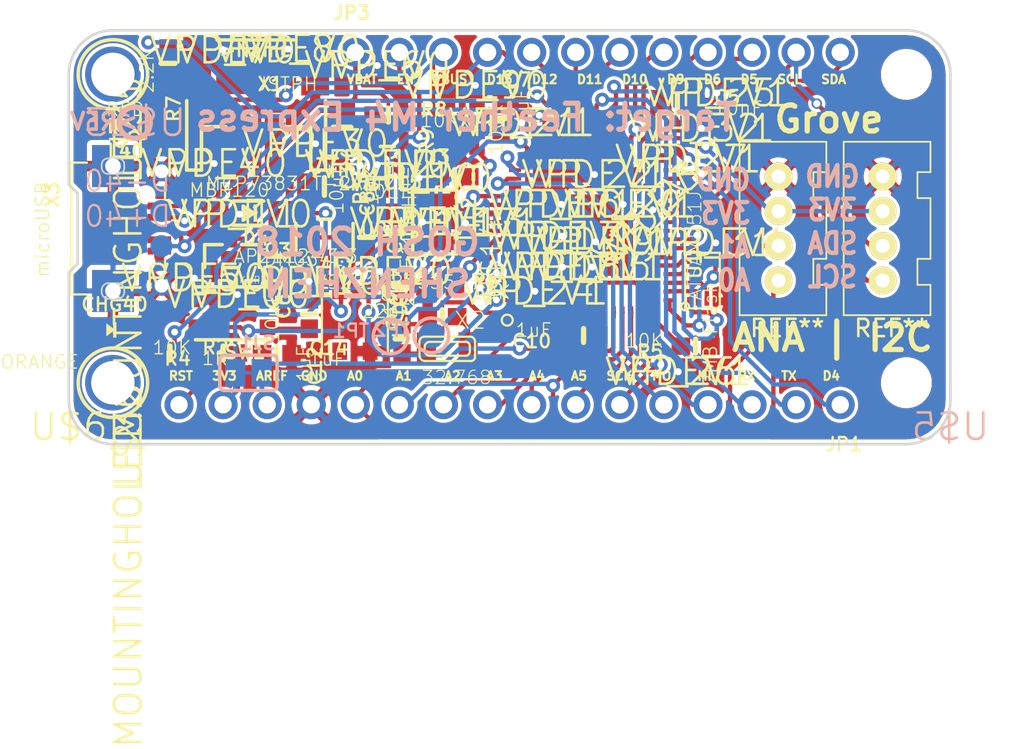
<source format=kicad_pcb>
(kicad_pcb (version 4) (host pcbnew 4.0.6)
  (layers (0 Top signal) (31 Bottom signal) (34 B.Paste user) (35 F.Paste user) (36 B.SilkS user) (37 F.SilkS user) (38 B.Mask user) (39 F.Mask user) (44 Edge.Cuts user))
  (net 0 "")
  (net 1 GND)
  (net 2 MOSI)
  (net 3 MISO)
  (net 4 SCK)
  (net 5 A5)
  (net 6 A4)
  (net 7 A3)
  (net 8 A2)
  (net 9 A1)
  (net 10 D11)
  (net 11 D12)
  (net 12 +3V3)
  (net 13 VBUS)
  (net 14 VBAT)
  (net 15 N$2)
  (net 16 AREF)
  (net 17 D13)
  (net 18 A0)
  (net 19 N$1)
  (net 20 N$3)
  (net 21 N$4)
  (net 22 SCL)
  (net 23 SDA)
  (net 24 D9)
  (net 25 D8_NEOPIX)
  (net 26 D6)
  (net 27 D5)
  (net 28 D10)
  (net 29 D+)
  (net 30 D-)
  (net 31 ~RESET)
  (net 32 SWCLK)
  (net 33 SWDIO)
  (net 34 N$5)
  (net 35 N$7)
  (net 36 EN)
  (net 37 VHI)
  (net 38 QSPI_DATA[0])
  (net 39 QSPI_DATA[1])
  (net 40 QSPI_SCK)
  (net 41 QSPI_CS)
  (net 42 RX_D0)
  (net 43 TX_D1)
  (net 44 V_DIV)
  (net 45 QSPI_DATA[3])
  (net 46 QSPI_DATA[2])
  (net 47 VDDCORE1)
  (net 48 N$11)
  (net 49 D4)
  (module "" (layer Top) (at 171.3611 96.1136)
    (fp_text reference @HOLE0 hide)
    (fp_text value "" (at 0 0) (layer F.SilkS))
    (pad "" np_thru_hole circle (at 0 0) (size 2.54 2.54) (drill 2.54) (layers *.Cu))
  )
  (module "" (layer Top) (at 171.3611 113.8936)
    (fp_text reference @HOLE1 hide)
    (fp_text value "" (at 0 0) (layer F.SilkS))
    (pad "" np_thru_hole circle (at 0 0) (size 2.54 2.54) (drill 2.54) (layers *.Cu))
  )
  (module 0805-NO (layer Top) (at 135.1426 106.5961 270)
    (fp_text reference C6 (at 2.032 0.127 450) (layer F.SilkS) (effects (font (size 0.77216 0.77216) (thickness 0.138988)) (justify right top)))
    (fp_text value 10µF (at 2.032 0.762 450) (layer F.SilkS) (effects (font (size 0.77216 0.77216) (thickness 0.077216)) (justify right top)))
    (pad 1 smd rect (at -0.95 0 270) (size 1.24 1.5) (layers Top F.Paste F.Mask) (net 37 VHI))
    (pad 2 smd rect (at 0.95 0 270) (size 1.24 1.5) (layers Top F.Paste F.Mask) (net 1 GND))
  )
  (module 0603-NO (layer Top) (at 148.0101 98.6534 90)
    (fp_text reference C7 (at 1.778 0.127 360) (layer F.SilkS) (effects (font (size 0.77216 0.77216) (thickness 0.138988)) (justify left bottom)))
    (fp_text value 1uF (at 1.778 0.762 90) (layer F.SilkS) (effects (font (size 0.77216 0.77216) (thickness 0.077216)) (justify right top)))
    (pad 1 smd rect (at -0.85 0 90) (size 1.075 1) (layers Top F.Paste F.Mask) (net 12 +3V3))
    (pad 2 smd rect (at 0.85 0 90) (size 1.075 1) (layers Top F.Paste F.Mask) (net 1 GND))
  )
  (module 0805-NO (layer Top) (at 137.8296 102.5756)
    (fp_text reference C8 (at 2.032 0.127 90) (layer F.SilkS) (effects (font (size 0.77216 0.77216) (thickness 0.138988)) (justify right top)))
    (fp_text value 10µF (at 2.032 0.762) (layer F.SilkS) (effects (font (size 0.77216 0.77216) (thickness 0.077216)) (justify left bottom)))
    (pad 1 smd rect (at -0.95 0) (size 1.24 1.5) (layers Top F.Paste F.Mask) (net 12 +3V3))
    (pad 2 smd rect (at 0.95 0) (size 1.24 1.5) (layers Top F.Paste F.Mask) (net 1 GND))
  )
  (module CHIPLED_0805_NOOUTLINE (layer Top) (at 125.7461 99.0746 90)
    (fp_text reference L40 (at -1.016 1.778 360) (layer F.SilkS) (effects (font (size 0.77216 0.77216) (thickness 0.138988)) (justify right top)))
    (fp_text value RED (at 1.397 1.778 360) (layer F.SilkS) (effects (font (size 0.77216 0.77216) (thickness 0.077216)) (justify right top)))
    (pad C smd rect (at 0 -1.05 90) (size 1.2 1.2) (layers Top F.Paste F.Mask) (net 1 GND))
    (pad A smd rect (at 0 1.05 90) (size 1.2 1.2) (layers Top F.Paste F.Mask) (net 15 N$2))
  )
  (module 0603-NO (layer Top) (at 135.0899 112.216006)
    (fp_text reference C14 (at 1.778 0.127) (layer F.SilkS) (effects (font (size 0.77216 0.77216) (thickness 0.138988)) (justify left bottom)))
    (fp_text value 1uF (at 1.778 0.762) (layer F.SilkS) (effects (font (size 0.77216 0.77216) (thickness 0.077216)) (justify left bottom)))
    (pad 1 smd rect (at -0.85 0) (size 1.075 1) (layers Top F.Paste F.Mask) (net 16 AREF))
    (pad 2 smd rect (at 0.85 0) (size 1.075 1) (layers Top F.Paste F.Mask) (net 1 GND))
  )
  (module 0603-NO (layer Top) (at 128.8161 95.4786 270)
    (fp_text reference R7 (at 1.778 0.127 450) (layer F.SilkS) (effects (font (size 0.77216 0.77216) (thickness 0.138988)) (justify right top)))
    (fp_text value 2.2K (at 1.778 0.762 450) (layer F.SilkS) (effects (font (size 0.77216 0.77216) (thickness 0.077216)) (justify left bottom)))
    (pad 1 smd rect (at -0.85 0 270) (size 1.075 1) (layers Top F.Paste F.Mask) (net 17 D13))
    (pad 2 smd rect (at 0.85 0 270) (size 1.075 1) (layers Top F.Paste F.Mask) (net 15 N$2))
  )
  (module BTN_KMR2_4.6X2.8 (layer Top) (at 132.4991 109.8931 180)
    (fp_text reference SW1 (at -2.032 -1.778 180) (layer F.SilkS) (effects (font (size 0.77216 0.77216) (thickness 0.146304)) (justify right top)))
    (fp_text value KMR2 (at -2.032 2.159 180) (layer F.SilkS) (effects (font (size 0.38608 0.38608) (thickness 0.04064)) (justify right top)))
    (pad A smd rect (at 2.05 -0.8 180) (size 0.9 0.9) (layers Top F.Paste F.Mask) (net 31 ~RESET))
    (pad B smd rect (at 2.05 0.8 180) (size 0.9 0.9) (layers Top F.Paste F.Mask) (net 1 GND))
    (pad B' smd rect (at -2.05 0.8 180) (size 0.9 0.9) (layers Top F.Paste F.Mask) (net 1 GND))
    (pad A' smd rect (at -2.05 -0.8 180) (size 0.9 0.9) (layers Top F.Paste F.Mask) (net 31 ~RESET))
  )
  (module MOUNTINGHOLE_2.5_PLATED (layer Top) (at 125.6411 96.1136 270)
    (fp_text reference U$31 (at 0 0 270) (layer F.SilkS) (effects (justify right top)))
    (fp_text value MOUNTINGHOLE2.5 (at 0 0 270) (layer F.SilkS) (effects (justify right top)))
    (pad P$1 thru_hole circle (at 0 0 270) (size 3.2 3.2) (drill 2.5) (layers *.Cu *.Mask))
  )
  (module MOUNTINGHOLE_2.5_PLATED (layer Top) (at 125.6411 113.8936 270)
    (fp_text reference U$32 (at 0 0 270) (layer F.SilkS) (effects (justify right top)))
    (fp_text value MOUNTINGHOLE2.5 (at 0 0 270) (layer F.SilkS) (effects (justify right top)))
    (pad P$1 thru_hole circle (at 0 0 270) (size 3.2 3.2) (drill 2.5) (layers *.Cu *.Mask))
  )
  (module 4UCONN_20329_V2 (layer Top) (at 127.5461 105.0036 270)
    (fp_text reference X3 (at -2.778 5.852 450) (layer F.SilkS) (effects (font (size 0.77216 0.77216) (thickness 0.138988)) (justify right top)))
    (fp_text value microUSB (at -2.778 6.41 450) (layer F.SilkS) (effects (font (size 0.77216 0.77216) (thickness 0.077216)) (justify right top)))
    (fp_arc (start -3.7 1.6) (end -4.05 1.6) (angle 90) (layer Edge.Cuts) (width 0))
    (fp_line (start -3.7 1.25) (end -3.5 1.25) (layer Edge.Cuts) (width 0))
    (fp_arc (start -3.5 1.6) (end -3.5 1.25) (angle 90) (layer Edge.Cuts) (width 0))
    (fp_line (start -3.15 1.6) (end -3.15 2.15) (layer Edge.Cuts) (width 0))
    (fp_arc (start -3.525 2.175) (end -3.15 2.15) (angle 90) (layer Edge.Cuts) (width 0))
    (fp_line (start -3.5 2.55) (end -3.7 2.55) (layer Edge.Cuts) (width 0))
    (fp_arc (start -3.675 2.175) (end -3.7 2.55) (angle 90) (layer Edge.Cuts) (width 0))
    (fp_line (start -4.05 2.15) (end -4.05 1.6) (layer Edge.Cuts) (width 0))
    (fp_arc (start 3.65 2.15) (end 4.05 2.2) (angle 90) (layer Edge.Cuts) (width 0))
    (fp_arc (start 3.55 2.15) (end 3.6 2.55) (angle 90) (layer Edge.Cuts) (width 0))
    (fp_line (start 4.05 1.6) (end 4.05 2.2) (layer Edge.Cuts) (width 0))
    (fp_arc (start 3.65 1.65) (end 3.6 1.25) (angle 90) (layer Edge.Cuts) (width 0))
    (fp_arc (start 3.55 1.65) (end 3.15 1.6) (angle 90) (layer Edge.Cuts) (width 0))
    (fp_line (start 3.15 2.2) (end 3.15 1.6) (layer Edge.Cuts) (width 0))
    (pad "" np_thru_hole circle (at -1.95 0 270) (size 0.7 0.7) (drill 0.7) (layers *.Cu))
    (pad "" np_thru_hole circle (at 1.95 0 270) (size 0.7 0.7) (drill 0.7) (layers *.Cu))
    (pad SPRT thru_hole rect (at 3.6 1.9) (size 2.413 2.413) (drill 0.9) (layers *.Cu *.Mask) (net 1 GND))
    (pad SPRT thru_hole rect (at -3.6 1.9) (size 2.413 2.413) (drill 0.9) (layers *.Cu *.Mask) (net 1 GND))
    (pad SPRT thru_hole circle (at -3.3 -0.9 90) (size 1.143 1.143) (drill 0.8) (layers *.Cu *.Mask) (net 1 GND))
    (pad SPRT thru_hole circle (at 3.3 -0.9 270) (size 1.143 1.143) (drill 0.8) (layers *.Cu *.Mask) (net 1 GND))
    (pad VBUS smd rect (at -1.3 -0.775 270) (size 0.4 1.35) (layers Top F.Paste F.Mask) (net 13 VBUS))
    (pad D- smd rect (at -0.65 -0.775 270) (size 0.4 1.35) (layers Top F.Paste F.Mask) (net 30 D-))
    (pad D+ smd rect (at 0 -0.775 270) (size 0.4 1.35) (layers Top F.Paste F.Mask) (net 29 D+))
    (pad ID smd rect (at 0.65 -0.775 270) (size 0.4 1.35) (layers Top F.Paste F.Mask))
    (pad GND smd rect (at 1.3 -0.775 270) (size 0.4 1.35) (layers Top F.Paste F.Mask) (net 1 GND))
    (pad BASE smd rect (at -0.75 2) (size 2 1) (layers Top F.Paste F.Mask) (net 1 GND))
    (pad BASE smd rect (at 0.75 2) (size 2 1) (layers Top F.Paste F.Mask) (net 1 GND))
  )
  (module SOT23-5 (layer Top) (at 137.8331 105.5116)
    (fp_text reference U2 (at 1.978 0) (layer F.SilkS) (effects (font (size 0.77216 0.77216) (thickness 0.138988)) (justify left bottom)))
    (fp_text value AP2112-3.3 (at 1.978 0.635) (layer F.SilkS) (effects (font (size 0.77216 0.77216) (thickness 0.077216)) (justify right top)))
    (pad 1 smd rect (at -0.95 1.3001) (size 0.55 1.2) (layers Top F.Paste F.Mask) (net 37 VHI))
    (pad 2 smd rect (at 0 1.3001) (size 0.55 1.2) (layers Top F.Paste F.Mask) (net 1 GND))
    (pad 3 smd rect (at 0.95 1.3001) (size 0.55 1.2) (layers Top F.Paste F.Mask) (net 36 EN))
    (pad 4 smd rect (at 0.95 -1.3001) (size 0.55 1.2) (layers Top F.Paste F.Mask))
    (pad 5 smd rect (at -0.95 -1.3001) (size 0.55 1.2) (layers Top F.Paste F.Mask) (net 12 +3V3))
  )
  (module 1X16_ROUND (layer Top) (at 148.5011 115.1636 180)
    (fp_text reference JP1 (at -20.3962 -1.8288 360) (layer F.SilkS) (effects (font (size 0.77216 0.77216) (thickness 0.138988)) (justify right top)))
    (fp_text value "" (at -20.32 3.175 360) (layer F.SilkS) (effects (font (size 0.38608 0.38608) (thickness 0.038608)) (justify right top)))
    (pad 1 thru_hole circle (at -19.05 0 270) (size 1.6764 1.6764) (drill 1) (layers *.Cu *.Mask) (net 49 D4))
    (pad 2 thru_hole circle (at -16.51 0 270) (size 1.6764 1.6764) (drill 1) (layers *.Cu *.Mask) (net 43 TX_D1))
    (pad 3 thru_hole circle (at -13.97 0 270) (size 1.6764 1.6764) (drill 1) (layers *.Cu *.Mask) (net 42 RX_D0))
    (pad 4 thru_hole circle (at -11.43 0 270) (size 1.6764 1.6764) (drill 1) (layers *.Cu *.Mask) (net 3 MISO))
    (pad 5 thru_hole circle (at -8.89 0 270) (size 1.6764 1.6764) (drill 1) (layers *.Cu *.Mask) (net 2 MOSI))
    (pad 6 thru_hole circle (at -6.35 0 270) (size 1.6764 1.6764) (drill 1) (layers *.Cu *.Mask) (net 4 SCK))
    (pad 7 thru_hole circle (at -3.81 0 270) (size 1.6764 1.6764) (drill 1) (layers *.Cu *.Mask) (net 5 A5))
    (pad 8 thru_hole circle (at -1.27 0 270) (size 1.6764 1.6764) (drill 1) (layers *.Cu *.Mask) (net 6 A4))
    (pad 9 thru_hole circle (at 1.27 0 270) (size 1.6764 1.6764) (drill 1) (layers *.Cu *.Mask) (net 7 A3))
    (pad 10 thru_hole circle (at 3.81 0 270) (size 1.6764 1.6764) (drill 1) (layers *.Cu *.Mask) (net 8 A2))
    (pad 11 thru_hole circle (at 6.35 0 270) (size 1.6764 1.6764) (drill 1) (layers *.Cu *.Mask) (net 9 A1))
    (pad 12 thru_hole circle (at 8.89 0 270) (size 1.6764 1.6764) (drill 1) (layers *.Cu *.Mask) (net 18 A0))
    (pad 13 thru_hole circle (at 11.43 0 270) (size 1.6764 1.6764) (drill 1) (layers *.Cu *.Mask) (net 1 GND))
    (pad 14 thru_hole circle (at 13.97 0 270) (size 1.6764 1.6764) (drill 1) (layers *.Cu *.Mask) (net 16 AREF))
    (pad 15 thru_hole circle (at 16.51 0 270) (size 1.6764 1.6764) (drill 1) (layers *.Cu *.Mask) (net 12 +3V3))
    (pad 16 thru_hole circle (at 19.05 0 270) (size 1.6764 1.6764) (drill 1) (layers *.Cu *.Mask) (net 31 ~RESET))
  )
  (module JSTPH2 (layer Top) (at 133.8961 97.1296)
    (fp_text reference X1 (at 0 0) (layer F.SilkS) (effects (font (size 0.77216 0.77216) (thickness 0.138988)) (justify left bottom)))
    (fp_text value JSTPH (at 0 0) (layer F.SilkS) (effects (font (size 0.77216 0.77216) (thickness 0.077216)) (justify left bottom)))
    (fp_text user >Name (at -2.2225 -1.9685) (layer F.SilkS) (effects (font (size 0.77216 0.77216) (thickness 0.146304)) (justify left bottom)))
    (pad 1 smd rect (at -1 3.7) (size 1 4.6) (layers Top F.Paste F.Mask) (net 1 GND))
    (pad 2 smd rect (at 1 3.7) (size 1 4.6) (layers Top F.Paste F.Mask) (net 14 VBAT))
    (pad NC1 smd rect (at -3.4 -1.5 90) (size 3.4 1.6) (layers Top F.Paste F.Mask) (net 1 GND))
    (pad NC2 smd rect (at 3.4 -1.5 90) (size 3.4 1.6) (layers Top F.Paste F.Mask) (net 1 GND))
  )
  (module 1X12_ROUND (layer Top) (at 153.5811 94.8436)
    (fp_text reference JP3 (at -15.3162 -1.8288) (layer F.SilkS) (effects (font (size 0.77216 0.77216) (thickness 0.138988)) (justify left bottom)))
    (fp_text value "" (at -15.24 3.175) (layer F.SilkS) (effects (font (size 0.38608 0.38608) (thickness 0.038608)) (justify left bottom)))
    (pad 1 thru_hole circle (at -13.97 0 90) (size 1.6764 1.6764) (drill 1) (layers *.Cu *.Mask) (net 14 VBAT))
    (pad 2 thru_hole circle (at -11.43 0 90) (size 1.6764 1.6764) (drill 1) (layers *.Cu *.Mask) (net 36 EN))
    (pad 3 thru_hole circle (at -8.89 0 90) (size 1.6764 1.6764) (drill 1) (layers *.Cu *.Mask) (net 13 VBUS))
    (pad 4 thru_hole circle (at -6.35 0 90) (size 1.6764 1.6764) (drill 1) (layers *.Cu *.Mask) (net 17 D13))
    (pad 5 thru_hole circle (at -3.81 0 90) (size 1.6764 1.6764) (drill 1) (layers *.Cu *.Mask) (net 11 D12))
    (pad 6 thru_hole circle (at -1.27 0 90) (size 1.6764 1.6764) (drill 1) (layers *.Cu *.Mask) (net 10 D11))
    (pad 7 thru_hole circle (at 1.27 0 90) (size 1.6764 1.6764) (drill 1) (layers *.Cu *.Mask) (net 28 D10))
    (pad 8 thru_hole circle (at 3.81 0 90) (size 1.6764 1.6764) (drill 1) (layers *.Cu *.Mask) (net 24 D9))
    (pad 9 thru_hole circle (at 6.35 0 90) (size 1.6764 1.6764) (drill 1) (layers *.Cu *.Mask) (net 26 D6))
    (pad 10 thru_hole circle (at 8.89 0 90) (size 1.6764 1.6764) (drill 1) (layers *.Cu *.Mask) (net 27 D5))
    (pad 11 thru_hole circle (at 11.43 0 90) (size 1.6764 1.6764) (drill 1) (layers *.Cu *.Mask) (net 22 SCL))
    (pad 12 thru_hole circle (at 13.97 0 90) (size 1.6764 1.6764) (drill 1) (layers *.Cu *.Mask) (net 23 SDA))
  )
  (module SOT23-5 (layer Top) (at 141.4526 101.3206)
    (fp_text reference U3 (at 1.978 0) (layer F.SilkS) (effects (font (size 0.77216 0.77216) (thickness 0.138988)) (justify left bottom)))
    (fp_text value MCP73831T-2ACI/OT (at 1.978 0.635) (layer F.SilkS) (effects (font (size 0.77216 0.77216) (thickness 0.077216)) (justify right top)))
    (pad 1 smd rect (at -0.95 1.3001) (size 0.55 1.2) (layers Top F.Paste F.Mask) (net 20 N$3))
    (pad 2 smd rect (at 0 1.3001) (size 0.55 1.2) (layers Top F.Paste F.Mask) (net 1 GND))
    (pad 3 smd rect (at 0.95 1.3001) (size 0.55 1.2) (layers Top F.Paste F.Mask) (net 14 VBAT))
    (pad 4 smd rect (at 0.95 -1.3001) (size 0.55 1.2) (layers Top F.Paste F.Mask) (net 13 VBUS))
    (pad 5 smd rect (at -0.95 -1.3001) (size 0.55 1.2) (layers Top F.Paste F.Mask) (net 21 N$4))
  )
  (module CHIPLED_0805_NOOUTLINE (layer Top) (at 125.5141 110.8456 270)
    (fp_text reference CHG40 (at -1.016 1.778 360) (layer F.SilkS) (effects (font (size 0.77216 0.77216) (thickness 0.138988)) (justify left bottom)))
    (fp_text value ORANGE (at 1.397 1.778 360) (layer F.SilkS) (effects (font (size 0.77216 0.77216) (thickness 0.077216)) (justify right top)))
    (pad C smd rect (at 0 -1.05 270) (size 1.2 1.2) (layers Top F.Paste F.Mask) (net 19 N$1))
    (pad A smd rect (at 0 1.05 270) (size 1.2 1.2) (layers Top F.Paste F.Mask) (net 13 VBUS))
  )
  (module 0603-NO (layer Top) (at 128.9304 112.1791)
    (fp_text reference R2 (at 1.778 0.127) (layer F.SilkS) (effects (font (size 0.77216 0.77216) (thickness 0.138988)) (justify left bottom)))
    (fp_text value 1K (at 1.778 0.762) (layer F.SilkS) (effects (font (size 0.77216 0.77216) (thickness 0.077216)) (justify left bottom)))
    (pad 1 smd rect (at -0.85 0) (size 1.075 1) (layers Top F.Paste F.Mask) (net 19 N$1))
    (pad 2 smd rect (at 0.85 0) (size 1.075 1) (layers Top F.Paste F.Mask) (net 20 N$3))
  )
  (module 0805-NO (layer Top) (at 138.8491 99.1616 270)
    (fp_text reference C3 (at 2.032 0.127 450) (layer F.SilkS) (effects (font (size 0.77216 0.77216) (thickness 0.138988)) (justify right top)))
    (fp_text value 10µF (at 2.032 0.762 450) (layer F.SilkS) (effects (font (size 0.77216 0.77216) (thickness 0.077216)) (justify right top)))
    (pad 1 smd rect (at -0.95 0 270) (size 1.24 1.5) (layers Top F.Paste F.Mask) (net 14 VBAT))
    (pad 2 smd rect (at 0.95 0 270) (size 1.24 1.5) (layers Top F.Paste F.Mask) (net 1 GND))
  )
  (module 0603-NO (layer Top) (at 141.5161 98.4631)
    (fp_text reference R8 (at 1.778 0.127) (layer F.SilkS) (effects (font (size 0.77216 0.77216) (thickness 0.138988)) (justify left bottom)))
    (fp_text value 10K\ (at 1.778 0.762) (layer F.SilkS) (effects (font (size 0.77216 0.77216) (thickness 0.077216)) (justify left bottom)))
    (pad 1 smd rect (at -0.85 0) (size 1.075 1) (layers Top F.Paste F.Mask) (net 21 N$4))
    (pad 2 smd rect (at 0.85 0) (size 1.075 1) (layers Top F.Paste F.Mask) (net 1 GND))
  )
  (module 0603-NO (layer Top) (at 142.3035 111.3663 90)
    (fp_text reference C2 (at 1.778 0.127 90) (layer F.SilkS) (effects (font (size 0.77216 0.77216) (thickness 0.138988)) (justify left bottom)))
    (fp_text value 22pF (at 1.778 0.762 90) (layer F.SilkS) (effects (font (size 0.77216 0.77216) (thickness 0.077216)) (justify left bottom)))
    (pad 1 smd rect (at -0.85 0 90) (size 1.075 1) (layers Top F.Paste F.Mask) (net 34 N$5))
    (pad 2 smd rect (at 0.85 0 90) (size 1.075 1) (layers Top F.Paste F.Mask) (net 1 GND))
  )
  (module 0603-NO (layer Top) (at 144.6276 110.0836 180)
    (fp_text reference C4 (at 1.778 0.127 360) (layer F.SilkS) (effects (font (size 0.77216 0.77216) (thickness 0.138988)) (justify right top)))
    (fp_text value 22pF (at 1.778 0.762 360) (layer F.SilkS) (effects (font (size 0.77216 0.77216) (thickness 0.077216)) (justify right top)))
    (pad 1 smd rect (at -0.85 0 180) (size 1.075 1) (layers Top F.Paste F.Mask) (net 35 N$7))
    (pad 2 smd rect (at 0.85 0 180) (size 1.075 1) (layers Top F.Paste F.Mask) (net 1 GND))
  )
  (module XTAL3215 (layer Top) (at 144.907 111.9378 180)
    (fp_text reference X2 (at -2.3 2.2 360) (layer F.SilkS) (effects (font (size 0.9652 0.9652) (thickness 0.077216)) (justify right top)))
    (fp_text value 32.768 (at -2.6 -1.2 360) (layer F.SilkS) (effects (font (size 0.77216 0.77216) (thickness 0.061772)) (justify right top)))
    (pad P$1 smd rect (at 1.2 0 180) (size 1.1 1.9) (layers Top F.Paste F.Mask) (net 34 N$5))
    (pad P$2 smd rect (at -1.2 0) (size 1.1 1.9) (layers Top F.Paste F.Mask) (net 35 N$7))
  )
  (module 0805-NO (layer Top) (at 158.1658 97.7646)
    (fp_text reference C5 (at 2.032 0.127) (layer F.SilkS) (effects (font (size 0.77216 0.77216) (thickness 0.138988)) (justify left bottom)))
    (fp_text value 10uF (at 2.032 0.762) (layer F.SilkS) (effects (font (size 0.77216 0.77216) (thickness 0.077216)) (justify left bottom)))
    (pad 1 smd rect (at -0.95 0) (size 1.24 1.5) (layers Top F.Paste F.Mask) (net 12 +3V3))
    (pad 2 smd rect (at 0.95 0) (size 1.24 1.5) (layers Top F.Paste F.Mask) (net 1 GND))
  )
  (module TESTPOINT_ROUND_1.5MM (layer Bottom) (at 141.6431 111.2266 180)
    (fp_text reference TP1 (at 1.143 -0.127 360) (layer B.SilkS) (effects (font (size 0.77216 0.77216) (thickness 0.138988)) (justify left bottom mirror)))
    (fp_text value "" (at 1.143 -0.635 360) (layer B.SilkS) (effects (font (size 0.38608 0.38608) (thickness 0.038608)) (justify left bottom mirror)))
    (pad P$1 smd circle (at 0 0 180) (size 1.5 1.5) (layers Bottom B.Paste B.Mask) (net 32 SWCLK))
  )
  (module TESTPOINT_ROUND_1.5MM (layer Bottom) (at 143.9926 111.1631 180)
    (fp_text reference TP2 (at 1.143 -0.127 360) (layer B.SilkS) (effects (font (size 0.77216 0.77216) (thickness 0.138988)) (justify left bottom mirror)))
    (fp_text value "" (at 1.143 -0.635 360) (layer B.SilkS) (effects (font (size 0.38608 0.38608) (thickness 0.038608)) (justify left bottom mirror)))
    (pad P$1 smd circle (at 0 0 180) (size 1.5 1.5) (layers Bottom B.Paste B.Mask) (net 33 SWDIO))
  )
  (module PCBFEAT-REV-040 (layer Bottom) (at 126.9 98.9 180)
    (fp_text reference U$13 (at 0 0 180) (layer B.SilkS) (effects (justify mirror)))
    (fp_text value "" (at 0 0 180) (layer B.SilkS) (effects (justify mirror)))
    (fp_text user >REV (at -0.3 -0.5 180) (layer B.SilkS) (effects (font (size 0.9652 0.9652) (thickness 0.2032)) (justify left bottom mirror)))
  )
  (module LED3535 (layer Top) (at 139.5857 110.3249 270)
    (fp_text reference LED1 (at -1.905 -2.159 450) (layer F.SilkS) (effects (font (size 0.77216 0.77216) (thickness 0.138988)) (justify right top)))
    (fp_text value WS2812B3535 (at -1.778 2.54 360) (layer F.SilkS) (effects (font (size 0.77216 0.77216) (thickness 0.077216)) (justify left bottom)))
    (pad 1 smd rect (at -1.75 -0.875) (size 0.85 1) (layers Top F.Paste F.Mask) (net 25 D8_NEOPIX))
    (pad 4 smd rect (at 1.75 -0.875) (size 0.85 1) (layers Top F.Paste F.Mask) (net 1 GND))
    (pad 2 smd rect (at -1.75 0.875) (size 0.85 1) (layers Top F.Paste F.Mask) (net 12 +3V3))
    (pad 3 smd rect (at 1.75 0.875) (size 0.85 1) (layers Top F.Paste F.Mask))
  )
  (module USON8 (layer Top) (at 159.6136 108.0008 90)
    (fp_text reference U1 (at 0 0 90) (layer F.SilkS) (effects (font (size 0.77216 0.77216) (thickness 0.138988)) (justify left bottom)))
    (fp_text value "2MB Flash" (at 0 0 90) (layer F.SilkS) (effects (font (size 0.77216 0.77216) (thickness 0.077216)) (justify right top)))
    (pad 1 smd rect (at -1.2 -0.75 180) (size 0.275 0.5) (layers Top F.Paste F.Mask) (net 41 QSPI_CS))
    (pad 2 smd rect (at -1.2 -0.25 180) (size 0.275 0.5) (layers Top F.Paste F.Mask) (net 39 QSPI_DATA[1]))
    (pad 3 smd rect (at -1.2 0.25 180) (size 0.275 0.5) (layers Top F.Paste F.Mask) (net 46 QSPI_DATA[2]))
    (pad 4 smd rect (at -1.2 0.75 180) (size 0.275 0.5) (layers Top F.Paste F.Mask) (net 1 GND))
    (pad 8 smd rect (at 1.2 -0.75 180) (size 0.275 0.5) (layers Top F.Paste F.Mask) (net 12 +3V3))
    (pad 7 smd rect (at 1.2 -0.25 180) (size 0.275 0.5) (layers Top F.Paste F.Mask) (net 45 QSPI_DATA[3]))
    (pad 6 smd rect (at 1.2 0.25 180) (size 0.275 0.5) (layers Top F.Paste F.Mask) (net 40 QSPI_SCK))
    (pad 5 smd rect (at 1.2 0.75 180) (size 0.275 0.5) (layers Top F.Paste F.Mask) (net 38 QSPI_DATA[0]))
  )
  (module 0603-NO (layer Top) (at 159.2199 111.7854 180)
    (fp_text reference R5 (at 1.778 0.127 360) (layer F.SilkS) (effects (font (size 0.77216 0.77216) (thickness 0.138988)) (justify right top)))
    (fp_text value 10K (at 1.778 0.762 360) (layer F.SilkS) (effects (font (size 0.77216 0.77216) (thickness 0.077216)) (justify right top)))
    (pad 1 smd rect (at -0.85 0 180) (size 1.075 1) (layers Top F.Paste F.Mask) (net 41 QSPI_CS))
    (pad 2 smd rect (at 0.85 0 180) (size 1.075 1) (layers Top F.Paste F.Mask) (net 12 +3V3))
  )
  (module 0603-NO (layer Top) (at 142.2273 108.3691 90)
    (fp_text reference C11 (at 1.778 0.127 90) (layer F.SilkS) (effects (font (size 0.77216 0.77216) (thickness 0.138988)) (justify left bottom)))
    (fp_text value 1uF (at 1.778 0.762 90) (layer F.SilkS) (effects (font (size 0.77216 0.77216) (thickness 0.077216)) (justify left bottom)))
    (pad 1 smd rect (at -0.85 0 90) (size 1.075 1) (layers Top F.Paste F.Mask) (net 12 +3V3))
    (pad 2 smd rect (at 0.85 0 90) (size 1.075 1) (layers Top F.Paste F.Mask) (net 1 GND))
  )
  (module 0603-NO (layer Top) (at 152.763306 111.170803 180)
    (fp_text reference C10 (at 1.778 0.127 360) (layer F.SilkS) (effects (font (size 0.77216 0.77216) (thickness 0.138988)) (justify right top)))
    (fp_text value 1uF (at 1.778 0.762 360) (layer F.SilkS) (effects (font (size 0.77216 0.77216) (thickness 0.077216)) (justify right top)))
    (pad 1 smd rect (at -0.85 0 180) (size 1.075 1) (layers Top F.Paste F.Mask) (net 12 +3V3))
    (pad 2 smd rect (at 0.85 0 180) (size 1.075 1) (layers Top F.Paste F.Mask) (net 1 GND))
  )
  (module 0603-NO (layer Top) (at 131.9911 112.1791 180)
    (fp_text reference R4 (at 1.778 0.127 360) (layer F.SilkS) (effects (font (size 0.77216 0.77216) (thickness 0.138988)) (justify right top)))
    (fp_text value 10K (at 1.778 0.762 360) (layer F.SilkS) (effects (font (size 0.77216 0.77216) (thickness 0.077216)) (justify right top)))
    (pad 1 smd rect (at -0.85 0 180) (size 1.075 1) (layers Top F.Paste F.Mask) (net 12 +3V3))
    (pad 2 smd rect (at 0.85 0 180) (size 1.075 1) (layers Top F.Paste F.Mask) (net 31 ~RESET))
  )
  (module SOD-123 (layer Top) (at 133.4516 104.1146 180)
    (fp_text reference D4 (at -1.27 -1.016 360) (layer F.SilkS) (effects (font (size 0.77216 0.77216) (thickness 0.138988)) (justify right top)))
    (fp_text value MBR120 (at -1.27 1.778 360) (layer F.SilkS) (effects (font (size 0.77216 0.77216) (thickness 0.077216)) (justify right top)))
    (pad C smd rect (at -1.85 0 270) (size 1.4 1.4) (layers Top F.Paste F.Mask) (net 37 VHI))
    (pad A smd rect (at 1.85 0 270) (size 1.4 1.4) (layers Top F.Paste F.Mask) (net 13 VBUS))
  )
  (module SOT23-R (layer Top) (at 132.4991 106.5911)
    (fp_text reference Q3 (at 1.778 0.127) (layer F.SilkS) (effects (font (size 0.77216 0.77216) (thickness 0.138988)) (justify left bottom)))
    (fp_text value DMG341 (at 1.778 0.635) (layer F.SilkS) (effects (font (size 0.77216 0.77216) (thickness 0.077216)) (justify left bottom)))
    (pad 3 smd rect (at 0 -1) (size 0.635 1.016) (layers Top F.Paste F.Mask) (net 14 VBAT))
    (pad 2 smd rect (at 0.95 1) (size 0.635 1.016) (layers Top F.Paste F.Mask) (net 37 VHI))
    (pad 1 smd rect (at -0.95 1) (size 0.635 1.016) (layers Top F.Paste F.Mask) (net 13 VBUS))
  )
  (module RESPACK_4X0603_NO (layer Top) (at 145.7706 99.2251 90)
    (fp_text reference R9 (at -1.6 -1.6 90) (layer F.SilkS) (effects (font (size 0.77216 0.77216) (thickness 0.138988)) (justify left bottom)))
    (fp_text value 100K (at -1.6 2.4 90) (layer F.SilkS) (effects (font (size 0.77216 0.77216) (thickness 0.077216)) (justify left bottom)))
    (pad 8 smd rect (at -1.3 -0.85 90) (size 0.45 0.9) (layers Top F.Paste F.Mask) (net 14 VBAT))
    (pad 1 smd rect (at -1.3 0.85 90) (size 0.45 0.9) (layers Top F.Paste F.Mask) (net 44 V_DIV))
    (pad 7 smd rect (at -0.4 -0.85 90) (size 0.45 0.9) (layers Top F.Paste F.Mask) (net 1 GND))
    (pad 6 smd rect (at 0.4 -0.85 90) (size 0.45 0.9) (layers Top F.Paste F.Mask) (net 13 VBUS))
    (pad 5 smd rect (at 1.3 -0.85 90) (size 0.45 0.9) (layers Top F.Paste F.Mask))
    (pad 4 smd rect (at 1.3 0.85 90) (size 0.45 0.9) (layers Top F.Paste F.Mask))
    (pad 2 smd rect (at -0.4 0.85 90) (size 0.45 0.9) (layers Top F.Paste F.Mask) (net 44 V_DIV))
    (pad 3 smd rect (at 0.4 0.85 90) (size 0.45 0.9) (layers Top F.Paste F.Mask) (net 1 GND))
  )
  (module SOLDERJUMPER_CLOSEDWIRE (layer Bottom) (at 133.4516 113.3221 180)
    (fp_text reference SJ1 (at -1.651 1.27 180) (layer B.SilkS) (effects (font (size 0.77216 0.77216) (thickness 0.146304)) (justify left bottom mirror)))
    (fp_text value "" (at -1.524 -1.651 180) (layer B.SilkS) (effects (font (size 0.38608 0.38608) (thickness 0.04064)) (justify left bottom mirror)))
    (pad 1 smd rect (at -0.762 0 180) (size 1.1684 1.6002) (layers Bottom B.Paste B.Mask) (net 16 AREF))
    (pad 2 smd rect (at 0.762 0 180) (size 1.1684 1.6002) (layers Bottom B.Paste B.Mask) (net 12 +3V3))
    (pad WIRE smd rect (at 0 0) (size 0.635 0.2032) (layers Bottom B.Paste B.Mask))
  )
  (module B1,27 (layer Bottom) (at 128.4351 106.0196 180)
    (fp_text reference D+40 (at -0.635 1.016 180) (layer B.SilkS) (effects (font (size 1.2065 1.2065) (thickness 0.127)) (justify left bottom mirror)))
    (fp_text value TPB1,27 (at -0.635 -0.762 180) (layer B.SilkS) (effects (font (size 0.02413 0.02413) (thickness 0.002032)) (justify left bottom mirror)))
    (pad TP smd circle (at 0 0 180) (size 1.27 1.27) (layers Bottom B.Paste B.Mask) (net 29 D+))
  )
  (module B1,27 (layer Bottom) (at 128.4351 103.9876 180)
    (fp_text reference D-40 (at -0.635 1.016 180) (layer B.SilkS) (effects (font (size 1.2065 1.2065) (thickness 0.127)) (justify left bottom mirror)))
    (fp_text value TPB1,27 (at -0.635 -0.762 180) (layer B.SilkS) (effects (font (size 0.02413 0.02413) (thickness 0.002032)) (justify left bottom mirror)))
    (pad TP smd circle (at 0 0 180) (size 1.27 1.27) (layers Bottom B.Paste B.Mask) (net 30 D-))
  )
  (module 0603-NO (layer Top) (at 140.2461 105.5116 90)
    (fp_text reference R3 (at 1.778 0.127 90) (layer F.SilkS) (effects (font (size 0.77216 0.77216) (thickness 0.138988)) (justify left bottom)))
    (fp_text value 10K (at 1.778 0.762 90) (layer F.SilkS) (effects (font (size 0.77216 0.77216) (thickness 0.077216)) (justify left bottom)))
    (pad 1 smd rect (at -0.85 0 90) (size 1.075 1) (layers Top F.Paste F.Mask) (net 36 EN))
    (pad 2 smd rect (at 0.85 0 90) (size 1.075 1) (layers Top F.Paste F.Mask) (net 37 VHI))
  )
  (module 0603-NO (layer Top) (at 136.9568 109.9312 270)
    (fp_text reference C12 (at 1.778 0.127 450) (layer F.SilkS) (effects (font (size 0.77216 0.77216) (thickness 0.138988)) (justify right top)))
    (fp_text value 1uF (at 1.778 0.762 450) (layer F.SilkS) (effects (font (size 0.77216 0.77216) (thickness 0.077216)) (justify right top)))
    (pad 1 smd rect (at -0.85 0 270) (size 1.075 1) (layers Top F.Paste F.Mask) (net 1 GND))
    (pad 2 smd rect (at 0.85 0 270) (size 1.075 1) (layers Top F.Paste F.Mask) (net 31 ~RESET))
  )
  (module 0603-NO (layer Top) (at 144.5006 108.3691)
    (fp_text reference R6 (at 1.778 0.127) (layer F.SilkS) (effects (font (size 0.77216 0.77216) (thickness 0.138988)) (justify left bottom)))
    (fp_text value 10K (at 1.778 0.762) (layer F.SilkS) (effects (font (size 0.77216 0.77216) (thickness 0.077216)) (justify left bottom)))
    (pad 1 smd rect (at -0.85 0) (size 1.075 1) (layers Top F.Paste F.Mask) (net 12 +3V3))
    (pad 2 smd rect (at 0.85 0) (size 1.075 1) (layers Top F.Paste F.Mask) (net 32 SWCLK))
  )
  (module PQFN64-1 (layer Top) (at 153.2636 105.3846 90)
    (fp_text reference U$14 (at -3.81 -5.08 90) (layer F.SilkS) (effects (font (size 1.2065 1.2065) (thickness 0.09652)) (justify left bottom)))
    (fp_text value ATSAMD51J (at -3.81 6.35 90) (layer F.SilkS) (effects (font (size 0.77216 0.77216) (thickness 0.061772)) (justify left bottom)))
    (pad 1 smd rect (at -4.45 -3.75 90) (size 0.7 0.22) (layers Top F.Paste F.Mask) (net 34 N$5))
    (pad 2 smd rect (at -4.45 -3.25 90) (size 0.7 0.22) (layers Top F.Paste F.Mask) (net 35 N$7))
    (pad 3 smd rect (at -4.45 -2.75 90) (size 0.7 0.22) (layers Top F.Paste F.Mask) (net 18 A0))
    (pad 4 smd rect (at -4.45 -2.25 90) (size 0.7 0.22) (layers Top F.Paste F.Mask) (net 16 AREF))
    (pad 5 smd rect (at -4.45 -1.75 90) (size 0.7 0.22) (layers Top F.Paste F.Mask))
    (pad 6 smd rect (at -4.45 -1.25 90) (size 0.7 0.22) (layers Top F.Paste F.Mask))
    (pad 7 smd rect (at -4.45 -0.75 90) (size 0.7 0.22) (layers Top F.Paste F.Mask) (net 1 GND))
    (pad 8 smd rect (at -4.45 -0.25 90) (size 0.7 0.22) (layers Top F.Paste F.Mask) (net 12 +3V3))
    (pad 9 smd rect (at -4.45 0.25 90) (size 0.7 0.22) (layers Top F.Paste F.Mask))
    (pad 10 smd rect (at -4.45 0.75 90) (size 0.7 0.22) (layers Top F.Paste F.Mask))
    (pad 11 smd rect (at -4.45 1.25 90) (size 0.7 0.22) (layers Top F.Paste F.Mask) (net 8 A2))
    (pad 12 smd rect (at -4.45 1.75 90) (size 0.7 0.22) (layers Top F.Paste F.Mask) (net 7 A3))
    (pad 13 smd rect (at -4.45 2.25 90) (size 0.7 0.22) (layers Top F.Paste F.Mask) (net 6 A4))
    (pad 14 smd rect (at -4.45 2.75 90) (size 0.7 0.22) (layers Top F.Paste F.Mask) (net 9 A1))
    (pad 15 smd rect (at -4.45 3.25 90) (size 0.7 0.22) (layers Top F.Paste F.Mask) (net 5 A5))
    (pad 16 smd rect (at -4.45 3.75 90) (size 0.7 0.22) (layers Top F.Paste F.Mask) (net 12 +3V3))
    (pad 17 smd rect (at -3.75 4.45 180) (size 0.7 0.22) (layers Top F.Paste F.Mask) (net 38 QSPI_DATA[0]))
    (pad 18 smd rect (at -3.25 4.45 180) (size 0.7 0.22) (layers Top F.Paste F.Mask) (net 39 QSPI_DATA[1]))
    (pad 19 smd rect (at -2.75 4.45 180) (size 0.7 0.22) (layers Top F.Paste F.Mask) (net 46 QSPI_DATA[2]))
    (pad 20 smd rect (at -2.25 4.45 180) (size 0.7 0.22) (layers Top F.Paste F.Mask) (net 45 QSPI_DATA[3]))
    (pad 21 smd rect (at -1.75 4.45 180) (size 0.7 0.22) (layers Top F.Paste F.Mask) (net 12 +3V3))
    (pad 22 smd rect (at -1.25 4.45 180) (size 0.7 0.22) (layers Top F.Paste F.Mask) (net 1 GND))
    (pad 23 smd rect (at -0.75 4.45 180) (size 0.7 0.22) (layers Top F.Paste F.Mask) (net 40 QSPI_SCK))
    (pad 24 smd rect (at -0.25 4.45 180) (size 0.7 0.22) (layers Top F.Paste F.Mask) (net 41 QSPI_CS))
    (pad 25 smd rect (at 0.25 4.45 180) (size 0.7 0.22) (layers Top F.Paste F.Mask))
    (pad 26 smd rect (at 0.75 4.45 180) (size 0.7 0.22) (layers Top F.Paste F.Mask))
    (pad 27 smd rect (at 1.25 4.45 180) (size 0.7 0.22) (layers Top F.Paste F.Mask))
    (pad 28 smd rect (at 1.75 4.45 180) (size 0.7 0.22) (layers Top F.Paste F.Mask))
    (pad 29 smd rect (at 2.25 4.45 180) (size 0.7 0.22) (layers Top F.Paste F.Mask) (net 23 SDA))
    (pad 30 smd rect (at 2.75 4.45 180) (size 0.7 0.22) (layers Top F.Paste F.Mask) (net 22 SCL))
    (pad 31 smd rect (at 3.25 4.45 180) (size 0.7 0.22) (layers Top F.Paste F.Mask) (net 49 D4))
    (pad 32 smd rect (at 3.75 4.45 180) (size 0.7 0.22) (layers Top F.Paste F.Mask))
    (pad 33 smd rect (at 4.45 3.75 270) (size 0.7 0.22) (layers Top F.Paste F.Mask) (net 1 GND))
    (pad 34 smd rect (at 4.45 3.25 270) (size 0.7 0.22) (layers Top F.Paste F.Mask) (net 12 +3V3))
    (pad 35 smd rect (at 4.45 2.75 270) (size 0.7 0.22) (layers Top F.Paste F.Mask) (net 27 D5))
    (pad 36 smd rect (at 4.45 2.25 270) (size 0.7 0.22) (layers Top F.Paste F.Mask) (net 4 SCK))
    (pad 37 smd rect (at 4.45 1.75 270) (size 0.7 0.22) (layers Top F.Paste F.Mask) (net 26 D6))
    (pad 38 smd rect (at 4.45 1.25 270) (size 0.7 0.22) (layers Top F.Paste F.Mask) (net 24 D9))
    (pad 39 smd rect (at 4.45 0.75 270) (size 0.7 0.22) (layers Top F.Paste F.Mask) (net 43 TX_D1))
    (pad 40 smd rect (at 4.45 0.25 270) (size 0.7 0.22) (layers Top F.Paste F.Mask) (net 42 RX_D0))
    (pad 41 smd rect (at 4.45 -0.25 270) (size 0.7 0.22) (layers Top F.Paste F.Mask) (net 28 D10))
    (pad 42 smd rect (at 4.45 -0.75 270) (size 0.7 0.22) (layers Top F.Paste F.Mask) (net 10 D11))
    (pad 43 smd rect (at 4.45 -1.25 270) (size 0.7 0.22) (layers Top F.Paste F.Mask) (net 11 D12))
    (pad 44 smd rect (at 4.45 -1.75 270) (size 0.7 0.22) (layers Top F.Paste F.Mask) (net 17 D13))
    (pad 45 smd rect (at 4.45 -2.25 270) (size 0.7 0.22) (layers Top F.Paste F.Mask) (net 30 D-))
    (pad 46 smd rect (at 4.45 -2.75 270) (size 0.7 0.22) (layers Top F.Paste F.Mask) (net 29 D+))
    (pad 47 smd rect (at 4.45 -3.25 270) (size 0.7 0.22) (layers Top F.Paste F.Mask) (net 1 GND))
    (pad 48 smd rect (at 4.45 -3.75 270) (size 0.7 0.22) (layers Top F.Paste F.Mask) (net 12 +3V3))
    (pad 49 smd rect (at 3.75 -4.45) (size 0.7 0.22) (layers Top F.Paste F.Mask) (net 3 MISO))
    (pad 50 smd rect (at 3.25 -4.45) (size 0.7 0.22) (layers Top F.Paste F.Mask) (net 2 MOSI))
    (pad 51 smd rect (at 2.75 -4.45) (size 0.7 0.22) (layers Top F.Paste F.Mask))
    (pad 52 smd rect (at 2.25 -4.45) (size 0.7 0.22) (layers Top F.Paste F.Mask) (net 31 ~RESET))
    (pad 53 smd rect (at 1.75 -4.45) (size 0.7 0.22) (layers Top F.Paste F.Mask) (net 47 VDDCORE1))
    (pad 54 smd rect (at 1.25 -4.45) (size 0.7 0.22) (layers Top F.Paste F.Mask) (net 1 GND))
    (pad 55 smd rect (at 0.75 -4.45) (size 0.7 0.22) (layers Top F.Paste F.Mask) (net 48 N$11))
    (pad 56 smd rect (at 0.25 -4.45) (size 0.7 0.22) (layers Top F.Paste F.Mask) (net 12 +3V3))
    (pad 57 smd rect (at -0.25 -4.45) (size 0.7 0.22) (layers Top F.Paste F.Mask) (net 32 SWCLK))
    (pad 58 smd rect (at -0.75 -4.45) (size 0.7 0.22) (layers Top F.Paste F.Mask) (net 33 SWDIO))
    (pad 59 smd rect (at -1.25 -4.45) (size 0.7 0.22) (layers Top F.Paste F.Mask))
    (pad 60 smd rect (at -1.75 -4.45) (size 0.7 0.22) (layers Top F.Paste F.Mask))
    (pad 61 smd rect (at -2.25 -4.45) (size 0.7 0.22) (layers Top F.Paste F.Mask))
    (pad 62 smd rect (at -2.75 -4.45) (size 0.7 0.22) (layers Top F.Paste F.Mask) (net 44 V_DIV))
    (pad 63 smd rect (at -3.25 -4.45) (size 0.7 0.22) (layers Top F.Paste F.Mask))
    (pad 64 smd rect (at -3.75 -4.45) (size 0.7 0.22) (layers Top F.Paste F.Mask) (net 25 D8_NEOPIX))
    (pad EXP smd rect (at 0 0 90) (size 4.7 4.7) (layers Top F.Paste F.Mask) (net 1 GND))
  )
  (module 0805-NO (layer Top) (at 141.8971 105.1306 270)
    (fp_text reference C13 (at 2.032 0.127 450) (layer F.SilkS) (effects (font (size 0.77216 0.77216) (thickness 0.138988)) (justify right top)))
    (fp_text value 10uF (at 2.032 0.762 450) (layer F.SilkS) (effects (font (size 0.77216 0.77216) (thickness 0.077216)) (justify right top)))
    (pad 1 smd rect (at -0.95 0 270) (size 1.24 1.5) (layers Top F.Paste F.Mask) (net 47 VDDCORE1))
    (pad 2 smd rect (at 0.95 0 270) (size 1.24 1.5) (layers Top F.Paste F.Mask) (net 1 GND))
  )
  (module INDUCTOR_1007 (layer Top) (at 144.1831 104.6226 270)
    (fp_text reference L2 (at -1.524 -1.524 450) (layer F.SilkS) (effects (font (size 0.77216 0.77216) (thickness 0.138988)) (justify right top)))
    (fp_text value 10uH (at -1.651 1.905 450) (layer F.SilkS) (effects (font (size 0.77216 0.77216) (thickness 0.077216)) (justify right top)))
    (pad P$1 smd rect (at -1.127 0 270) (size 1.016 2.2) (layers Top F.Paste F.Mask) (net 47 VDDCORE1))
    (pad P$2 smd rect (at 1.127 0 270) (size 1.016 2.2) (layers Top F.Paste F.Mask) (net 48 N$11))
  )
  (module 0603-NO (layer Top) (at 145.3261 102.0191 180)
    (fp_text reference C15 (at 1.778 0.127 360) (layer F.SilkS) (effects (font (size 0.77216 0.77216) (thickness 0.138988)) (justify right top)))
    (fp_text value 1uF (at 1.778 0.762 360) (layer F.SilkS) (effects (font (size 0.77216 0.77216) (thickness 0.077216)) (justify right top)))
    (pad 1 smd rect (at -0.85 0 180) (size 1.075 1) (layers Top F.Paste F.Mask) (net 47 VDDCORE1))
    (pad 2 smd rect (at 0.85 0 180) (size 1.075 1) (layers Top F.Paste F.Mask) (net 1 GND))
  )
  (module FEATHERM4_BOT (layer Bottom) (at 173.9011 116.4336 180)
    (fp_text reference U$5 (at 0 0 180) (layer B.SilkS) (effects (justify mirror)))
    (fp_text value "" (at 0 0 180) (layer B.SilkS) (effects (justify mirror)))
  )
  (module FEATHERM4_TOP (layer Top) (at 123.1011 116.4336)
    (fp_text reference U$6 (at 0 0) (layer F.SilkS))
    (fp_text value "" (at 0 0) (layer F.SilkS))
  )
  (module VPAC0 (layer Top) (at 132.8166 108.8136)
    (fp_text reference VP_0 (at 0 0) (layer F.SilkS))
    (fp_text value VPDEV0 (at 0 0) (layer F.SilkS))
    (pad VP thru_hole circle (at 0 0) (size 0.8001 0.8001) (drill 0.3937) (layers *.Cu *.Mask) (net 1 GND))
  )
  (module VPAC0 (layer Top) (at 136.9441 108.0516)
    (fp_text reference VP_1 (at 0 0) (layer F.SilkS))
    (fp_text value VPDEV0 (at 0 0) (layer F.SilkS))
    (pad VP thru_hole circle (at 0 0) (size 0.8001 0.8001) (drill 0.3937) (layers *.Cu *.Mask) (net 1 GND))
  )
  (module VPAC0 (layer Top) (at 141.0081 107.4801)
    (fp_text reference VP_2 (at 0 0) (layer F.SilkS))
    (fp_text value VPDEV0 (at 0 0) (layer F.SilkS))
    (pad VP thru_hole circle (at 0 0) (size 0.8001 0.8001) (drill 0.3937) (layers *.Cu *.Mask) (net 1 GND))
  )
  (module VPAC0 (layer Top) (at 137.3251 100.1141)
    (fp_text reference VP_3 (at 0 0) (layer F.SilkS))
    (fp_text value VPDEV0 (at 0 0) (layer F.SilkS))
    (pad VP thru_hole circle (at 0 0) (size 0.8001 0.8001) (drill 0.3937) (layers *.Cu *.Mask) (net 1 GND))
  )
  (module VPAC0 (layer Top) (at 131.4831 101.2571)
    (fp_text reference VP_4 (at 0 0) (layer F.SilkS))
    (fp_text value VPDEV0 (at 0 0) (layer F.SilkS))
    (pad VP thru_hole circle (at 0 0) (size 0.8001 0.8001) (drill 0.3937) (layers *.Cu *.Mask) (net 1 GND))
  )
  (module VPAC0 (layer Top) (at 130.3401 107.8611)
    (fp_text reference VP_5 (at 0 0) (layer F.SilkS))
    (fp_text value VPDEV0 (at 0 0) (layer F.SilkS))
    (pad VP thru_hole circle (at 0 0) (size 0.8001 0.8001) (drill 0.3937) (layers *.Cu *.Mask) (net 1 GND))
  )
  (module VPAC0 (layer Top) (at 140.8811 95.6056)
    (fp_text reference VP_6 (at 0 0) (layer F.SilkS))
    (fp_text value VPDEV0 (at 0 0) (layer F.SilkS))
    (pad VP thru_hole circle (at 0 0) (size 0.8001 0.8001) (drill 0.3937) (layers *.Cu *.Mask) (net 1 GND))
  )
  (module VPAC0 (layer Top) (at 131.9911 94.7166)
    (fp_text reference VP_7 (at 0 0) (layer F.SilkS))
    (fp_text value VPDEV0 (at 0 0) (layer F.SilkS))
    (pad VP thru_hole circle (at 0 0) (size 0.8001 0.8001) (drill 0.3937) (layers *.Cu *.Mask) (net 1 GND))
  )
  (module VPAC0 (layer Top) (at 135.7376 94.6531)
    (fp_text reference VP_8 (at 0 0) (layer F.SilkS))
    (fp_text value VPDEV0 (at 0 0) (layer F.SilkS))
    (pad VP thru_hole circle (at 0 0) (size 0.8001 0.8001) (drill 0.3937) (layers *.Cu *.Mask) (net 1 GND))
  )
  (module VPAC0 (layer Top) (at 146.5326 96.7486)
    (fp_text reference VP_9 (at 0 0) (layer F.SilkS))
    (fp_text value VPDEV0 (at 0 0) (layer F.SilkS))
    (pad VP thru_hole circle (at 0 0) (size 0.8001 0.8001) (drill 0.3937) (layers *.Cu *.Mask) (net 1 GND))
  )
  (module VPAC0 (layer Top) (at 143.2941 102.0826)
    (fp_text reference VP_10 (at 0 0) (layer F.SilkS))
    (fp_text value VPDEV0 (at 0 0) (layer F.SilkS))
    (pad VP thru_hole circle (at 0 0) (size 0.8001 0.8001) (drill 0.3937) (layers *.Cu *.Mask) (net 1 GND))
  )
  (module VPAC0 (layer Top) (at 132.9436 104.1781)
    (fp_text reference VP_11 (at 0 0) (layer F.SilkS))
    (fp_text value VPDEV0 (at 0 0) (layer F.SilkS))
    (pad VP thru_hole circle (at 0 0) (size 0.8001 0.8001) (drill 0.3937) (layers *.Cu *.Mask) (net 1 GND))
  )
  (module VPAC0 (layer Top) (at 140.8811 101.3206)
    (fp_text reference VP_12 (at 0 0) (layer F.SilkS))
    (fp_text value VPDEV0 (at 0 0) (layer F.SilkS))
    (pad VP thru_hole circle (at 0 0) (size 0.8001 0.8001) (drill 0.3937) (layers *.Cu *.Mask) (net 1 GND))
  )
  (module VPAC1 (layer Top) (at 145.9611 104.6861)
    (fp_text reference VP_13 (at 0 0) (layer F.SilkS))
    (fp_text value VPDEV1 (at 0 0) (layer F.SilkS))
    (pad VP thru_hole circle (at 0 0) (size 0.8064 0.8064) (drill 0.4) (layers *.Cu *.Mask) (net 1 GND))
  )
  (module VPAC1 (layer Top) (at 143.4846 104.6226)
    (fp_text reference VP_14 (at 0 0) (layer F.SilkS))
    (fp_text value VPDEV1 (at 0 0) (layer F.SilkS))
    (pad VP thru_hole circle (at 0 0) (size 0.8064 0.8064) (drill 0.4) (layers *.Cu *.Mask) (net 1 GND))
  )
  (module VPAC1 (layer Top) (at 153.2636 107.2261)
    (fp_text reference VP_15 (at 0 0) (layer F.SilkS))
    (fp_text value VPDEV1 (at 0 0) (layer F.SilkS))
    (pad VP thru_hole circle (at 0 0) (size 0.8064 0.8064) (drill 0.4) (layers *.Cu *.Mask) (net 1 GND))
  )
  (module VPAC1 (layer Top) (at 151.4856 103.6066)
    (fp_text reference VP_16 (at 0 0) (layer F.SilkS))
    (fp_text value VPDEV1 (at 0 0) (layer F.SilkS))
    (pad VP thru_hole circle (at 0 0) (size 0.8064 0.8064) (drill 0.4) (layers *.Cu *.Mask) (net 1 GND))
  )
  (module VPAC1 (layer Top) (at 151.5491 105.4481)
    (fp_text reference VP_17 (at 0 0) (layer F.SilkS))
    (fp_text value VPDEV1 (at 0 0) (layer F.SilkS))
    (pad VP thru_hole circle (at 0 0) (size 0.8064 0.8064) (drill 0.4) (layers *.Cu *.Mask) (net 1 GND))
  )
  (module VPAC1 (layer Top) (at 151.5491 107.2261)
    (fp_text reference VP_18 (at 0 0) (layer F.SilkS))
    (fp_text value VPDEV1 (at 0 0) (layer F.SilkS))
    (pad VP thru_hole circle (at 0 0) (size 0.8064 0.8064) (drill 0.4) (layers *.Cu *.Mask) (net 1 GND))
  )
  (module VPAC1 (layer Top) (at 153.4541 105.7656)
    (fp_text reference VP_19 (at 0 0) (layer F.SilkS))
    (fp_text value VPDEV1 (at 0 0) (layer F.SilkS))
    (pad VP thru_hole circle (at 0 0) (size 0.8064 0.8064) (drill 0.4) (layers *.Cu *.Mask) (net 1 GND))
  )
  (module VPAC1 (layer Top) (at 155.0416 103.6066)
    (fp_text reference VP_20 (at 0 0) (layer F.SilkS))
    (fp_text value VPDEV1 (at 0 0) (layer F.SilkS))
    (pad VP thru_hole circle (at 0 0) (size 0.8064 0.8064) (drill 0.4) (layers *.Cu *.Mask) (net 1 GND))
  )
  (module VPAC1 (layer Top) (at 149.1996 98.9076)
    (fp_text reference VP_21 (at 0 0) (layer F.SilkS))
    (fp_text value VPDEV1 (at 0 0) (layer F.SilkS))
    (pad VP thru_hole circle (at 0 0) (size 0.8064 0.8064) (drill 0.4) (layers *.Cu *.Mask) (net 1 GND))
  )
  (module VPAC1 (layer Top) (at 153.3906 101.8921)
    (fp_text reference VP_22 (at 0 0) (layer F.SilkS))
    (fp_text value VPDEV1 (at 0 0) (layer F.SilkS))
    (pad VP thru_hole circle (at 0 0) (size 0.8064 0.8064) (drill 0.4) (layers *.Cu *.Mask) (net 1 GND))
  )
  (module VPAC1 (layer Top) (at 156.7561 103.9241 45)
    (fp_text reference VP_23 (at 0 0 45) (layer F.SilkS))
    (fp_text value VPDEV1 (at 0 0 45) (layer F.SilkS))
    (pad VP thru_hole circle (at 0 0 45) (size 0.8064 0.8064) (drill 0.4) (layers *.Cu *.Mask) (net 1 GND))
  )
  (module VPAC1 (layer Top) (at 149.9616 108.6231)
    (fp_text reference VP_24 (at 0 0) (layer F.SilkS))
    (fp_text value VPDEV1 (at 0 0) (layer F.SilkS))
    (pad VP thru_hole circle (at 0 0) (size 0.8064 0.8064) (drill 0.4) (layers *.Cu *.Mask) (net 1 GND))
  )
  (module VPAC1 (layer Top) (at 160.4391 97.1931)
    (fp_text reference VP_25 (at 0 0) (layer F.SilkS))
    (fp_text value VPDEV1 (at 0 0) (layer F.SilkS))
    (pad VP thru_hole circle (at 0 0) (size 0.8064 0.8064) (drill 0.4) (layers *.Cu *.Mask) (net 1 GND))
  )
  (module VPAC1 (layer Top) (at 158.2166 113.2586)
    (fp_text reference VP_26 (at 0 0) (layer F.SilkS))
    (fp_text value VPDEV1 (at 0 0) (layer F.SilkS))
    (pad VP thru_hole circle (at 0 0) (size 0.8064 0.8064) (drill 0.4) (layers *.Cu *.Mask) (net 1 GND))
  )
  (module VPAC1 (layer Top) (at 158.7881 101.0031)
    (fp_text reference VP_27 (at 0 0) (layer F.SilkS))
    (fp_text value VPDEV1 (at 0 0) (layer F.SilkS))
    (pad VP thru_hole circle (at 0 0) (size 0.8064 0.8064) (drill 0.4) (layers *.Cu *.Mask) (net 1 GND))
  )
  (module VPAC1 (layer Top) (at 160.3756 105.8291)
    (fp_text reference VP_31 (at 0 0) (layer F.SilkS))
    (fp_text value VPDEV1 (at 0 0) (layer F.SilkS))
    (pad VP thru_hole circle (at 0 0) (size 0.8064 0.8064) (drill 0.4) (layers *.Cu *.Mask) (net 1 GND))
  )
  (module VPAC1 (layer Top) (at 159.5501 99.2251)
    (fp_text reference VP_32 (at 0 0) (layer F.SilkS))
    (fp_text value VPDEV1 (at 0 0) (layer F.SilkS))
    (pad VP thru_hole circle (at 0 0) (size 0.8064 0.8064) (drill 0.4) (layers *.Cu *.Mask) (net 1 GND))
  )
  (module Solutions:Grove_Connector (layer Top) (at 164 105 90)
    (fp_text reference REF** (at -5.75 0.5 180) (layer F.SilkS))
    (fp_text value Grove_Connector)
    (pad 1 thru_hole circle (at -3 0 90) (size 1.6 1.6) (drill 0.8) (layers *.Cu *.Mask F.SilkS) (net 18 A0))
    (pad 2 thru_hole circle (at -1 0 90) (size 1.6 1.6) (drill 0.8) (layers *.Cu *.Mask F.SilkS) (net 9 A1))
    (pad 3 thru_hole circle (at 1 0 90) (size 1.6 1.6) (drill 0.8) (layers *.Cu *.Mask F.SilkS) (net 12 +3V3))
    (pad 4 thru_hole circle (at 3 0 90) (size 1.6 1.6) (drill 0.8) (layers *.Cu *.Mask F.SilkS) (net 1 GND))
  )
  (module Solutions:Grove_Connector (layer Top) (at 170 105 90)
    (fp_text reference REF** (at -5.75 0.5 180) (layer F.SilkS))
    (fp_text value Grove_Connector)
    (pad 1 thru_hole circle (at -3 0 90) (size 1.6 1.6) (drill 0.8) (layers *.Cu *.Mask F.SilkS) (net 22 SCL))
    (pad 2 thru_hole circle (at -1 0 90) (size 1.6 1.6) (drill 0.8) (layers *.Cu *.Mask F.SilkS) (net 23 SDA))
    (pad 3 thru_hole circle (at 1 0 90) (size 1.6 1.6) (drill 0.8) (layers *.Cu *.Mask F.SilkS) (net 12 +3V3))
    (pad 4 thru_hole circle (at 3 0 90) (size 1.6 1.6) (drill 0.8) (layers *.Cu *.Mask F.SilkS) (net 1 GND))
  )
  (gr_text "Target: Feather M4 Express" (at 146 98.6) (layer B.SilkS) (effects (font (size 1.5 1.5) (thickness 0.3)) (justify mirror)))
  (gr_text "GOSH 2018\nSHENZHEN" (at 140.3 107) (layer B.SilkS) (effects (font (size 1.5 1.5) (thickness 0.3)) (justify mirror)))
  (gr_text "ANA | I2C" (at 167.1 111.3) (layer F.SilkS) (effects (font (size 1.5 1.5) (thickness 0.3))))
  (gr_text Grove (at 166.9 98.7) (layer F.SilkS) (effects (font (size 1.5 1.5) (thickness 0.3))))
  (gr_text "GND\n3V3\nA1\nA0" (at 162.5 105.1) (layer B.SilkS) (effects (font (size 1.2 1) (thickness 0.25)) (justify left mirror)))
  (gr_text "GND\n3V3\nSDA\nSCL" (at 167.1 104.9) (layer B.SilkS) (effects (font (size 1.2 1) (thickness 0.25)) (justify mirror)))
  (gr_line (start 173.9 113.9) (end 173.9 114.9) (angle 90) (layer Edge.Cuts) (width 0.15))
  (gr_line (start 123.1 113.9) (end 123.1 114.9) (angle 90) (layer Edge.Cuts) (width 0.15))
  (gr_text "RST   3V3   AREF  GND   A0     A1     A2    A3    A4    A5   SCK   MO    MI    RX    TX    D4" (at 148.2 113.5) (layer F.SilkS) (effects (font (size 0.5 0.5) (thickness 0.125))))
  (gr_text "VBAT   EN   VBUS   D13   D12   D11   D10   D9   D6   D5   SCL   SDA" (at 153.5 96.4) (layer F.SilkS) (effects (font (size 0.5 0.5) (thickness 0.125))))
  (gr_line (start 125.6411 117.4336) (end 171.3611 117.4336) (layer Edge.Cuts) (width 0.15))
  (gr_arc (start 171.3611 114.8936) (end 171.3611 117.4336) (angle -90) (layer Edge.Cuts) (width 0.15))
  (gr_line (start 173.9011 113.8936) (end 173.9011 96.1136) (layer Edge.Cuts) (width 0.15))
  (gr_arc (start 171.3611 96.1136) (end 173.9011 96.1136) (angle -90) (layer Edge.Cuts) (width 0.15))
  (gr_line (start 171.3611 93.5736) (end 125.6411 93.5736) (layer Edge.Cuts) (width 0.15))
  (gr_arc (start 125.6411 96.1136) (end 125.6411 93.5736) (angle -90) (layer Edge.Cuts) (width 0.15))
  (gr_line (start 123.1011 96.1136) (end 123.1011 102.4636) (layer Edge.Cuts) (width 0.15))
  (gr_line (start 123.1011 102.4636) (end 123.6091 102.9716) (layer Edge.Cuts) (width 0.15))
  (gr_line (start 123.6091 102.9716) (end 123.6091 107.0356) (layer Edge.Cuts) (width 0.15))
  (gr_line (start 123.6091 107.0356) (end 123.1011 107.5436) (layer Edge.Cuts) (width 0.15))
  (gr_line (start 123.1011 107.5436) (end 123.1011 113.8936) (layer Edge.Cuts) (width 0.15))
  (gr_arc (start 125.6411 114.8936) (end 123.1011 114.8936) (angle -90) (layer Edge.Cuts) (width 0.15))
  (segment (start 144.4761 102.0191) (end 144.4761 101.2239) (width 0.25) (layer Top) (net 1))
  (segment (start 145.5251 99.6251) (end 144.9206 99.6251) (width 0.25) (layer Top) (net 1))
  (segment (start 145.8 99.9) (end 145.5251 99.6251) (width 0.25) (layer Top) (net 1))
  (segment (start 145.8 100.9) (end 145.8 99.9) (width 0.25) (layer Top) (net 1))
  (segment (start 145.6 101.1) (end 145.8 100.9) (width 0.25) (layer Top) (net 1))
  (segment (start 144.6 101.1) (end 145.6 101.1) (width 0.25) (layer Top) (net 1))
  (segment (start 144.4761 101.2239) (end 144.6 101.1) (width 0.25) (layer Top) (net 1))
  (segment (start 132.8961 100.8296) (end 131.9106 100.8296) (width 0.25) (layer Top) (net 1))
  (segment (start 131.9106 100.8296) (end 131.4831 101.2571) (width 0.25) (layer Top) (net 1))
  (segment (start 138.7796 102.5756) (end 138.7796 102.8386) (width 0.25) (layer Top) (net 1))
  (segment (start 142.3035 110.5163) (end 142.4169 110.5163) (width 0.25) (layer Top) (net 1))
  (segment (start 142.4169 110.5163) (end 142.6591 110.2741) (width 0.25) (layer Top) (net 1))
  (segment (start 142.3035 110.5163) (end 141.9724 110.5163) (width 0.25) (layer Top) (net 1))
  (segment (start 141.8971 106.0806) (end 141.8971 107.1889) (width 0.25) (layer Top) (net 1))
  (segment (start 141.8971 107.1889) (end 142.2273 107.5191) (width 0.25) (layer Top) (net 1))
  (segment (start 150.0136 100.9346) (end 150.0136 99.7851) (width 0.25) (layer Top) (net 1))
  (segment (start 157.0136 100.9346) (end 157.0136 102.124481) (width 0.25) (layer Top) (net 1))
  (segment (start 157.0136 102.124481) (end 157.0216 102.132481) (width 0.25) (layer Top) (net 1))
  (segment (start 157.0216 102.132481) (end 157.0216 102.4001) (width 0.25) (layer Top) (net 1))
  (segment (start 142.3035 110.5163) (end 143.3449 110.5163) (width 0.25) (layer Top) (net 1))
  (segment (start 143.3449 110.5163) (end 143.7776 110.0836) (width 0.25) (layer Top) (net 1))
  (segment (start 152.5136 109.8346) (end 152.5136 110.570509) (width 0.25) (layer Top) (net 1))
  (segment (start 152.5136 110.570509) (end 151.913306 111.170803) (width 0.25) (layer Top) (net 1))
  (segment (start 146.6206 98.8251) (end 146.9884 98.8251) (width 0.25) (layer Top) (net 1))
  (segment (start 146.9884 98.8251) (end 148.0101 97.8034) (width 0.25) (layer Top) (net 1))
  (via (at 147.819522 102.409516) (size 0.8064) (drill 0.4) (layers Top Bottom) (net 2))
  (segment (start 147.819522 102.409516) (end 151.876016 102.409516) (width 0.25) (layer Bottom) (net 2))
  (segment (start 148.386625 102.1346) (end 148.8136 102.1346) (width 0.25) (layer Top) (net 2))
  (segment (start 147.819522 102.409516) (end 148.111709 102.409516) (width 0.25) (layer Top) (net 2))
  (segment (start 148.111709 102.409516) (end 148.386625 102.1346) (width 0.25) (layer Top) (net 2))
  (segment (start 151.876016 102.409516) (end 154.4701 105.0036) (width 0.25) (layer Bottom) (net 2))
  (segment (start 154.4701 112.2426) (end 157.3911 115.1636) (width 0.25) (layer Bottom) (net 2))
  (segment (start 154.4701 105.0036) (end 154.4701 112.2426) (width 0.25) (layer Bottom) (net 2))
  (via (at 148.3741 100.9013) (size 0.8064) (drill 0.4) (layers Top Bottom) (net 3))
  (segment (start 152.075919 101.926906) (end 149.018706 101.926906) (width 0.25) (layer Bottom) (net 3))
  (segment (start 154.952709 104.803697) (end 152.075919 101.926906) (width 0.25) (layer Bottom) (net 3))
  (segment (start 154.952709 104.803697) (end 154.952709 112.025341) (width 0.25) (layer Bottom) (net 3))
  (segment (start 154.952709 112.025341) (end 156.922569 113.9952) (width 0.25) (layer Bottom) (net 3))
  (segment (start 156.922569 113.9952) (end 157.875069 113.9952) (width 0.25) (layer Bottom) (net 3))
  (segment (start 159.043469 115.1636) (end 159.9311 115.1636) (width 0.25) (layer Bottom) (net 3))
  (segment (start 157.875069 113.9952) (end 159.043469 115.1636) (width 0.25) (layer Bottom) (net 3))
  (segment (start 149.018706 101.926906) (end 148.3741 101.2823) (width 0.25) (layer Bottom) (net 3))
  (segment (start 148.3741 101.2823) (end 148.3741 100.9013) (width 0.25) (layer Bottom) (net 3))
  (segment (start 148.8136 101.6346) (end 148.3741 101.1951) (width 0.25) (layer Top) (net 3))
  (segment (start 148.3741 101.1951) (end 148.3741 100.9013) (width 0.25) (layer Top) (net 3))
  (via (at 157.2101 112.8537) (size 0.8064) (drill 0.4) (layers Top Bottom) (net 4))
  (segment (start 155.5136 100.9346) (end 155.5136 99.7056) (width 0.25) (layer Top) (net 4))
  (segment (start 155.747 99.4722) (end 155.747 99.2886) (width 0.25) (layer Top) (net 4))
  (via (at 155.747 99.2886) (size 0.8064) (drill 0.4) (layers Top Bottom) (net 4))
  (segment (start 155.5136 99.7056) (end 155.747 99.4722) (width 0.25) (layer Top) (net 4))
  (segment (start 155.978106 104.067094) (end 155.978106 99.519706) (width 0.25) (layer Bottom) (net 4))
  (segment (start 155.978106 99.519706) (end 155.747 99.2886) (width 0.25) (layer Bottom) (net 4))
  (segment (start 156.974381 112.8537) (end 157.2101 112.8537) (width 0.25) (layer Top) (net 4))
  (segment (start 154.8511 115.1636) (end 154.8511 114.976981) (width 0.25) (layer Top) (net 4))
  (segment (start 154.8511 114.976981) (end 156.974381 112.8537) (width 0.25) (layer Top) (net 4))
  (segment (start 155.972031 104.067094) (end 155.435319 104.603806) (width 0.25) (layer Bottom) (net 4))
  (segment (start 155.972031 104.067094) (end 155.978106 104.067094) (width 0.25) (layer Bottom) (net 4))
  (segment (start 155.435319 111.825437) (end 156.463581 112.8537) (width 0.25) (layer Bottom) (net 4))
  (segment (start 156.463581 112.8537) (end 157.2101 112.8537) (width 0.25) (layer Bottom) (net 4))
  (segment (start 155.435319 104.603806) (end 155.435319 111.825437) (width 0.25) (layer Bottom) (net 4))
  (segment (start 156.5136 109.8346) (end 156.4962 109.852) (width 0.25) (layer Top) (net 5))
  (segment (start 155.150681 113.9949) (end 153.0731 113.9949) (width 0.25) (layer Top) (net 5))
  (segment (start 156.4962 109.852) (end 156.4962 112.649381) (width 0.25) (layer Top) (net 5))
  (segment (start 156.4962 112.649381) (end 155.150681 113.9949) (width 0.25) (layer Top) (net 5))
  (segment (start 153.0731 113.9949) (end 152.3111 114.7569) (width 0.25) (layer Top) (net 5))
  (segment (start 152.3111 114.7569) (end 152.3111 115.1636) (width 0.25) (layer Top) (net 5))
  (segment (start 155.5136 109.8346) (end 155.4962 109.852) (width 0.25) (layer Top) (net 6))
  (segment (start 154.687381 113.0297) (end 150.825 113.0297) (width 0.25) (layer Top) (net 6))
  (segment (start 155.4962 109.852) (end 155.4962 111.3536) (width 0.25) (layer Top) (net 6))
  (segment (start 155.4962 111.3536) (end 155.4962 112.220881) (width 0.25) (layer Top) (net 6))
  (segment (start 155.4962 112.220881) (end 154.687381 113.0297) (width 0.25) (layer Top) (net 6))
  (segment (start 149.7711 114.0836) (end 149.7711 115.1636) (width 0.25) (layer Top) (net 6))
  (segment (start 150.825 113.0297) (end 149.7711 114.0836) (width 0.25) (layer Top) (net 6))
  (segment (start 155.0136 109.8346) (end 154.9962 109.852) (width 0.25) (layer Top) (net 7))
  (segment (start 154.487481 112.5471) (end 150.6251 112.5471) (width 0.25) (layer Top) (net 7))
  (segment (start 154.9962 109.852) (end 154.9962 112.038381) (width 0.25) (layer Top) (net 7))
  (segment (start 154.9962 112.038381) (end 154.487481 112.5471) (width 0.25) (layer Top) (net 7))
  (segment (start 150.6251 112.5471) (end 148.0086 115.1636) (width 0.25) (layer Top) (net 7))
  (segment (start 148.0086 115.1636) (end 147.2311 115.1636) (width 0.25) (layer Top) (net 7))
  (segment (start 145.9611 113.8936) (end 144.6911 115.1636) (width 0.25) (layer Top) (net 8))
  (segment (start 154.481006 111.871075) (end 154.287581 112.0645) (width 0.25) (layer Top) (net 8))
  (segment (start 154.5136 109.8346) (end 154.481006 109.867194) (width 0.25) (layer Top) (net 8))
  (segment (start 154.481006 109.867194) (end 154.481006 111.871075) (width 0.25) (layer Top) (net 8))
  (segment (start 154.287581 112.0645) (end 150.4252 112.0645) (width 0.25) (layer Top) (net 8))
  (segment (start 150.4252 112.0645) (end 148.5961 113.8936) (width 0.25) (layer Top) (net 8))
  (segment (start 148.5961 113.8936) (end 145.9611 113.8936) (width 0.25) (layer Top) (net 8))
  (segment (start 151.0062 114.060687) (end 151.0062 115.6062) (width 0.25) (layer Top) (net 9))
  (segment (start 163 106) (end 164 106) (width 0.25) (layer Top) (net 9))
  (segment (start 162.4 106.6) (end 163 106) (width 0.25) (layer Top) (net 9))
  (segment (start 162.4 112) (end 162.4 106.6) (width 0.25) (layer Top) (net 9))
  (segment (start 161.2 113.2) (end 162.4 112) (width 0.25) (layer Top) (net 9))
  (segment (start 161.2 116) (end 161.2 113.2) (width 0.25) (layer Top) (net 9))
  (segment (start 160.8 116.4) (end 161.2 116) (width 0.25) (layer Top) (net 9))
  (segment (start 151.8 116.4) (end 160.8 116.4) (width 0.25) (layer Top) (net 9))
  (segment (start 151.0062 115.6062) (end 151.8 116.4) (width 0.25) (layer Top) (net 9))
  (segment (start 142.5321 115.1636) (end 143.7386 113.9571) (width 0.25) (layer Bottom) (net 9))
  (segment (start 142.5321 115.1636) (end 142.1511 115.1636) (width 0.25) (layer Bottom) (net 9))
  (via (at 151.0062 114.060687) (size 0.8064) (drill 0.4) (layers Top Bottom) (net 9))
  (segment (start 156.0136 109.8346) (end 155.9962 109.852) (width 0.25) (layer Top) (net 9))
  (segment (start 154.950781 113.5123) (end 151.5329 113.5123) (width 0.25) (layer Top) (net 9))
  (segment (start 155.9962 109.852) (end 155.9962 112.466881) (width 0.25) (layer Top) (net 9))
  (segment (start 155.9962 112.466881) (end 154.950781 113.5123) (width 0.25) (layer Top) (net 9))
  (segment (start 151.5329 113.5123) (end 151.0062 114.039) (width 0.25) (layer Top) (net 9))
  (segment (start 151.0062 114.039) (end 151.0062 114.060687) (width 0.25) (layer Top) (net 9))
  (segment (start 150.902613 113.9571) (end 151.0062 114.060687) (width 0.25) (layer Bottom) (net 9))
  (segment (start 143.7386 113.9571) (end 150.902613 113.9571) (width 0.25) (layer Bottom) (net 9))
  (segment (start 152.5136 100.9346) (end 152.5136 97.1101) (width 0.25) (layer Top) (net 10))
  (segment (start 152.5136 97.1101) (end 152.3111 96.9076) (width 0.25) (layer Top) (net 10))
  (segment (start 152.3111 96.9076) (end 152.3111 94.8436) (width 0.25) (layer Top) (net 10))
  (segment (start 152.0136 100.9346) (end 152.0136 97.2926) (width 0.25) (layer Top) (net 11))
  (segment (start 152.0136 97.2926) (end 149.7711 95.0501) (width 0.25) (layer Top) (net 11))
  (segment (start 149.7711 95.0501) (end 149.7711 94.8436) (width 0.25) (layer Top) (net 11))
  (segment (start 170 104) (end 164 104) (width 0.25) (layer Bottom) (net 12))
  (segment (start 159.8041 100.2982) (end 159.8041 100.3041) (width 0.25) (layer Bottom) (net 12))
  (segment (start 159.8041 100.3041) (end 163.5 104) (width 0.25) (layer Bottom) (net 12))
  (segment (start 163.5 104) (end 164 104) (width 0.25) (layer Bottom) (net 12))
  (segment (start 160.001 100.2982) (end 159.8041 100.2982) (width 0.25) (layer Bottom) (net 12))
  (segment (start 159.2897 100.2982) (end 159.8041 100.2982) (width 0.25) (layer Top) (net 12))
  (segment (start 158.7881 99.7966) (end 159.2897 100.2982) (width 0.25) (layer Top) (net 12))
  (via (at 159.8041 100.2982) (size 0.8064) (drill 0.4) (layers Top Bottom) (net 12))
  (segment (start 157.1371 99.7966) (end 158.7881 99.7966) (width 0.25) (layer Top) (net 12))
  (via (at 138.7856 109.7661) (size 0.8001) (drill 0.3937) (layers Top Bottom) (net 12))
  (via (at 137.8966 104.1146) (size 0.8001) (drill 0.3937) (layers Top Bottom) (net 12))
  (via (at 143.5481 107.0356) (size 0.8001) (drill 0.3937) (layers Top Bottom) (net 12))
  (via (at 149.1361 99.9871) (size 0.8064) (drill 0.4) (layers Top Bottom) (net 12))
  (segment (start 132.6896 113.3221) (end 132.6896 114.4651) (width 0.25) (layer Bottom) (net 12))
  (segment (start 132.6896 114.4651) (end 131.9911 115.1636) (width 0.25) (layer Bottom) (net 12))
  (segment (start 132.8411 112.1791) (end 132.8411 114.3136) (width 0.25) (layer Top) (net 12))
  (segment (start 132.8411 114.3136) (end 131.9911 115.1636) (width 0.25) (layer Top) (net 12))
  (segment (start 132.6896 113.3221) (end 132.6896 110.4646) (width 0.25) (layer Bottom) (net 12))
  (segment (start 132.6896 110.4646) (end 133.1976 109.9566) (width 0.25) (layer Bottom) (net 12))
  (segment (start 138.5951 109.9566) (end 138.7856 109.7661) (width 0.25) (layer Bottom) (net 12))
  (segment (start 136.8796 102.5756) (end 136.8796 104.208) (width 0.25) (layer Top) (net 12))
  (segment (start 136.8796 104.208) (end 136.8831 104.2115) (width 0.25) (layer Top) (net 12))
  (segment (start 137.8966 104.1146) (end 136.973 104.1146) (width 0.25) (layer Top) (net 12))
  (segment (start 136.973 104.1146) (end 136.8796 104.208) (width 0.25) (layer Top) (net 12))
  (segment (start 138.7856 109.7661) (end 138.7856 108.6498) (width 0.25) (layer Top) (net 12))
  (segment (start 138.7856 108.6498) (end 138.7107 108.5749) (width 0.25) (layer Top) (net 12))
  (segment (start 137.8966 104.1146) (end 137.8966 108.4326) (width 0.25) (layer Bottom) (net 12))
  (segment (start 137.8966 108.8771) (end 137.8966 108.4326) (width 0.25) (layer Bottom) (net 12))
  (segment (start 137.8966 108.4326) (end 142.1511 108.4326) (width 0.25) (layer Bottom) (net 12))
  (segment (start 142.1511 108.4326) (end 143.5481 107.0356) (width 0.25) (layer Bottom) (net 12))
  (segment (start 143.5481 107.0356) (end 144.5006 106.0831) (width 0.25) (layer Bottom) (net 12))
  (segment (start 146.2786 100.950444) (end 146.2786 100.9396) (width 0.25) (layer Bottom) (net 12))
  (segment (start 146.2786 100.9396) (end 147.2311 99.9871) (width 0.25) (layer Bottom) (net 12))
  (segment (start 147.2311 99.9871) (end 149.1361 99.9871) (width 0.25) (layer Bottom) (net 12))
  (segment (start 148.8136 105.1346) (end 147.4176 105.1346) (width 0.25) (layer Top) (net 12))
  (segment (start 145.218688 107.0356) (end 143.5481 107.0356) (width 0.25) (layer Top) (net 12))
  (segment (start 146.20875 106.34345) (end 145.910838 106.34345) (width 0.25) (layer Top) (net 12))
  (segment (start 145.910838 106.34345) (end 145.218688 107.0356) (width 0.25) (layer Top) (net 12))
  (segment (start 147.4176 105.1346) (end 146.20875 106.34345) (width 0.25) (layer Top) (net 12))
  (segment (start 156.5136 100.9346) (end 156.5136 100.4201) (width 0.25) (layer Top) (net 12))
  (segment (start 156.5136 100.4201) (end 157.1371 99.7966) (width 0.25) (layer Top) (net 12))
  (segment (start 157.1371 99.7966) (end 157.1371 97.8433) (width 0.25) (layer Top) (net 12))
  (segment (start 157.1371 97.8433) (end 157.2158 97.7646) (width 0.25) (layer Top) (net 12))
  (segment (start 148.8136 105.1346) (end 149.3306 105.1346) (width 0.25) (layer Top) (net 12))
  (segment (start 149.3306 105.1346) (end 150.5331 106.3371) (width 0.25) (layer Top) (net 12))
  (segment (start 150.5331 106.3371) (end 150.5331 107.8611) (width 0.25) (layer Top) (net 12))
  (segment (start 150.5331 107.8611) (end 150.7871 108.1151) (width 0.25) (layer Top) (net 12))
  (segment (start 150.7871 108.1151) (end 152.8191 108.1151) (width 0.25) (layer Top) (net 12))
  (segment (start 152.8191 108.1151) (end 153.021606 108.317606) (width 0.25) (layer Top) (net 12))
  (segment (start 157.7136 107.1346) (end 156.2761 107.1346) (width 0.25) (layer Top) (net 12))
  (segment (start 155.9692 107.4415) (end 155.9692 107.881894) (width 0.25) (layer Top) (net 12))
  (segment (start 155.9692 107.881894) (end 155.735994 108.1151) (width 0.25) (layer Top) (net 12))
  (segment (start 156.2761 107.1346) (end 155.9692 107.4415) (width 0.25) (layer Top) (net 12))
  (segment (start 155.735994 108.1151) (end 152.8191 108.1151) (width 0.25) (layer Top) (net 12))
  (segment (start 155.9692 102.887306) (end 155.9692 107.4415) (width 0.25) (layer Top) (net 12))
  (segment (start 156.5136 102.342906) (end 155.9692 102.887306) (width 0.25) (layer Top) (net 12))
  (segment (start 156.5136 100.9346) (end 156.5136 102.342906) (width 0.25) (layer Top) (net 12))
  (segment (start 149.5136 100.9346) (end 149.5136 101.371706) (width 0.25) (layer Top) (net 12))
  (segment (start 149.5136 101.371706) (end 149.5192 101.377306) (width 0.25) (layer Top) (net 12))
  (segment (start 149.5192 102.2752) (end 149.5192 101.377306) (width 0.25) (layer Top) (net 12))
  (segment (start 155.9692 102.887306) (end 155.760894 102.679) (width 0.25) (layer Top) (net 12))
  (segment (start 153.0136 109.8346) (end 153.0136 108.325612) (width 0.25) (layer Top) (net 12))
  (segment (start 153.0136 108.325612) (end 153.021606 108.317606) (width 0.25) (layer Top) (net 12))
  (segment (start 157.0136 109.8346) (end 157.0136 109.392706) (width 0.25) (layer Top) (net 12))
  (segment (start 157.0136 109.392706) (end 155.735994 108.1151) (width 0.25) (layer Top) (net 12))
  (segment (start 142.2273 109.2191) (end 143.0773 108.3691) (width 0.25) (layer Top) (net 12))
  (segment (start 143.0773 108.3691) (end 143.6506 108.3691) (width 0.25) (layer Top) (net 12))
  (segment (start 143.6506 108.3691) (end 143.6506 107.1381) (width 0.25) (layer Top) (net 12))
  (segment (start 143.6506 107.1381) (end 143.5481 107.0356) (width 0.25) (layer Top) (net 12))
  (segment (start 148.0101 99.5034) (end 148.4938 99.9871) (width 0.25) (layer Top) (net 12))
  (segment (start 148.4938 99.9871) (end 149.1361 99.9871) (width 0.25) (layer Top) (net 12))
  (segment (start 157.0136 109.8346) (end 157.0136 110.4291) (width 0.25) (layer Top) (net 12))
  (segment (start 157.0136 110.4291) (end 158.3699 111.7854) (width 0.25) (layer Top) (net 12))
  (segment (start 144.5006 102.728444) (end 146.2786 100.950444) (width 0.25) (layer Bottom) (net 12))
  (segment (start 144.5006 106.0831) (end 144.5006 102.728444) (width 0.25) (layer Bottom) (net 12))
  (segment (start 155.760894 102.679) (end 149.923 102.679) (width 0.25) (layer Top) (net 12))
  (segment (start 149.923 102.679) (end 149.5192 102.2752) (width 0.25) (layer Top) (net 12))
  (segment (start 153.0136 109.8346) (end 153.0136 110.571097) (width 0.25) (layer Top) (net 12))
  (segment (start 153.0136 110.571097) (end 153.613306 111.170803) (width 0.25) (layer Top) (net 12))
  (segment (start 149.5136 100.3646) (end 149.1361 99.9871) (width 0.25) (layer Top) (net 12))
  (segment (start 149.5136 100.9346) (end 149.5136 100.3646) (width 0.25) (layer Top) (net 12))
  (segment (start 133.1976 109.9566) (end 136.8171 109.9566) (width 0.25) (layer Bottom) (net 12))
  (segment (start 136.8171 109.9566) (end 137.8966 108.8771) (width 0.25) (layer Bottom) (net 12))
  (segment (start 138.7856 109.7661) (end 137.8966 108.8771) (width 0.25) (layer Bottom) (net 12))
  (segment (start 157.7136 107.1346) (end 158.1811 107.1346) (width 0.25) (layer Top) (net 12))
  (segment (start 158.5149 106.8008) (end 158.8636 106.8008) (width 0.25) (layer Top) (net 12))
  (segment (start 158.1811 107.1346) (end 158.5149 106.8008) (width 0.25) (layer Top) (net 12))
  (segment (start 144.6911 94.8436) (end 144.08785 95.44685) (width 0.25) (layer Top) (net 13))
  (segment (start 144.08785 95.44685) (end 144.08785 99.06635) (width 0.25) (layer Top) (net 13))
  (segment (start 128.3211 103.7036) (end 130.4036 103.7036) (width 0.25) (layer Top) (net 13))
  (segment (start 130.4036 103.7036) (end 130.6826 103.7036) (width 0.25) (layer Top) (net 13))
  (segment (start 124.4641 110.8456) (end 124.4641 110.7481) (width 0.25) (layer Top) (net 13))
  (segment (start 123.9901 107.2896) (end 124.4346 106.8451) (width 0.25) (layer Top) (net 13))
  (segment (start 124.4346 106.8451) (end 126.5301 106.8451) (width 0.25) (layer Top) (net 13))
  (segment (start 126.5301 106.8451) (end 127.1016 106.2736) (width 0.25) (layer Top) (net 13))
  (segment (start 127.1016 106.2736) (end 127.1016 103.9876) (width 0.25) (layer Top) (net 13))
  (segment (start 127.1016 103.9876) (end 127.3556 103.7336) (width 0.25) (layer Top) (net 13))
  (segment (start 127.3556 103.7336) (end 128.2911 103.7336) (width 0.25) (layer Top) (net 13))
  (segment (start 128.2911 103.7336) (end 128.3211 103.7036) (width 0.25) (layer Top) (net 13))
  (segment (start 132.4356 97.5741) (end 135.3566 97.5741) (width 0.25) (layer Top) (net 13))
  (segment (start 135.3566 97.5741) (end 135.6106 97.3201) (width 0.25) (layer Top) (net 13))
  (via (at 135.6106 97.3201) (size 0.8001) (drill 0.3937) (layers Top Bottom) (net 13))
  (segment (start 135.6106 97.3201) (end 136.3091 96.6216) (width 0.25) (layer Bottom) (net 13))
  (segment (start 136.3091 96.6216) (end 142.9131 96.6216) (width 0.25) (layer Bottom) (net 13))
  (segment (start 132.4356 97.5741) (end 130.4671 99.5426) (width 0.25) (layer Top) (net 13))
  (segment (start 130.6826 103.7036) (end 131.0936 104.1146) (width 0.25) (layer Top) (net 13))
  (segment (start 131.0936 104.1146) (end 131.6016 104.1146) (width 0.25) (layer Top) (net 13))
  (segment (start 124.4641 110.8456) (end 123.9901 110.3716) (width 0.25) (layer Top) (net 13))
  (segment (start 123.9901 110.3716) (end 123.9901 107.2896) (width 0.25) (layer Top) (net 13))
  (segment (start 143.596581 100.52685) (end 142.88135 100.52685) (width 0.25) (layer Top) (net 13))
  (segment (start 144.08785 100.035581) (end 144.08785 99.06635) (width 0.25) (layer Top) (net 13))
  (segment (start 142.88135 100.52685) (end 142.4026 100.0481) (width 0.25) (layer Top) (net 13))
  (segment (start 143.596581 100.52685) (end 144.08785 100.035581) (width 0.25) (layer Top) (net 13))
  (segment (start 142.9131 96.6216) (end 144.6911 94.8436) (width 0.25) (layer Bottom) (net 13))
  (segment (start 131.5491 107.5911) (end 131.5491 104.1671) (width 0.25) (layer Top) (net 13))
  (segment (start 131.5491 104.1671) (end 131.6016 104.1146) (width 0.25) (layer Top) (net 13))
  (segment (start 142.4026 100.0481) (end 142.4026 100.0205) (width 0.25) (layer Top) (net 13))
  (segment (start 144.3291 98.8251) (end 144.9206 98.8251) (width 0.25) (layer Top) (net 13))
  (segment (start 144.08785 99.06635) (end 144.3291 98.8251) (width 0.25) (layer Top) (net 13))
  (segment (start 130.4671 103.6401) (end 130.4036 103.7036) (width 0.25) (layer Top) (net 13))
  (segment (start 130.4671 99.5426) (end 130.4671 103.6401) (width 0.25) (layer Top) (net 13))
  (segment (start 134.8961 102.1621) (end 134.8961 100.8761) (width 0.25) (layer Top) (net 14))
  (segment (start 134.8961 100.8761) (end 134.8961 100.8296) (width 0.25) (layer Top) (net 14))
  (segment (start 141.5161 97.6376) (end 141.0716 97.1931) (width 0.25) (layer Top) (net 14))
  (segment (start 139.8016 97.1931) (end 141.0716 97.1931) (width 0.25) (layer Top) (net 14))
  (segment (start 144.9206 100.5251) (end 145.1691 100.5251) (width 0.25) (layer Top) (net 14))
  (segment (start 141.5161 97.6376) (end 141.5161 99.2251) (width 0.2032) (layer Top) (net 14))
  (segment (start 141.9606 101.1301) (end 142.4686 101.1301) (width 0.25) (layer Top) (net 14))
  (segment (start 142.4686 101.1301) (end 143.8656 101.1301) (width 0.25) (layer Top) (net 14))
  (segment (start 141.5161 99.2251) (end 141.5161 100.6856) (width 0.25) (layer Top) (net 14))
  (segment (start 141.5161 100.6856) (end 141.9606 101.1301) (width 0.25) (layer Top) (net 14))
  (segment (start 133.8326 103.2256) (end 134.8961 102.1621) (width 0.25) (layer Top) (net 14))
  (segment (start 133.8326 103.2256) (end 133.8326 105.1466) (width 0.25) (layer Top) (net 14))
  (segment (start 133.8326 105.1466) (end 133.3881 105.5911) (width 0.25) (layer Top) (net 14))
  (segment (start 133.3881 105.5911) (end 132.4991 105.5911) (width 0.25) (layer Top) (net 14))
  (segment (start 139.6111 94.8436) (end 139.6111 97.0026) (width 0.25) (layer Top) (net 14))
  (segment (start 139.6111 97.0026) (end 139.8016 97.1931) (width 0.25) (layer Top) (net 14))
  (segment (start 138.8491 98.2116) (end 139.6111 97.4496) (width 0.25) (layer Top) (net 14))
  (segment (start 139.6111 97.4496) (end 139.6111 97.0026) (width 0.25) (layer Top) (net 14))
  (segment (start 138.8491 98.2116) (end 137.5766 98.2116) (width 0.25) (layer Top) (net 14))
  (segment (start 134.9121 100.8761) (end 134.8961 100.8761) (width 0.25) (layer Top) (net 14))
  (segment (start 137.5766 98.2116) (end 134.9121 100.8761) (width 0.25) (layer Top) (net 14))
  (segment (start 143.8656 101.1301) (end 144.4706 100.5251) (width 0.25) (layer Top) (net 14))
  (segment (start 144.4706 100.5251) (end 144.9206 100.5251) (width 0.25) (layer Top) (net 14))
  (segment (start 142.4026 102.6207) (end 142.4686 102.5547) (width 0.25) (layer Top) (net 14))
  (segment (start 142.4686 102.5547) (end 142.4686 101.1301) (width 0.25) (layer Top) (net 14))
  (segment (start 126.7961 99.0746) (end 128.8161 97.0546) (width 0.25) (layer Top) (net 15))
  (segment (start 128.8161 97.0546) (end 128.8161 96.3286) (width 0.25) (layer Top) (net 15))
  (segment (start 134.2136 113.3221) (end 134.2136 114.8461) (width 0.25) (layer Bottom) (net 16))
  (segment (start 134.2136 114.8461) (end 134.5311 115.1636) (width 0.25) (layer Bottom) (net 16))
  (via (at 149.0726 111.9251) (size 0.8001) (drill 0.3937) (layers Top Bottom) (net 16))
  (segment (start 134.2136 112.6236) (end 134.2136 113.1951) (width 0.25) (layer Bottom) (net 16))
  (segment (start 134.2136 113.1951) (end 134.2136 113.3221) (width 0.25) (layer Bottom) (net 16))
  (segment (start 134.2399 112.216006) (end 134.2399 114.8724) (width 0.25) (layer Top) (net 16))
  (segment (start 134.2399 114.8724) (end 134.5311 115.1636) (width 0.25) (layer Top) (net 16))
  (segment (start 149.0726 111.9251) (end 145.6181 111.9251) (width 0.25) (layer Bottom) (net 16))
  (segment (start 145.6181 111.9251) (end 144.7538 112.7894) (width 0.25) (layer Bottom) (net 16))
  (segment (start 134.6193 112.7894) (end 134.2136 113.1951) (width 0.25) (layer Bottom) (net 16))
  (segment (start 144.7538 112.7894) (end 134.6193 112.7894) (width 0.25) (layer Bottom) (net 16))
  (segment (start 151.0136 109.8346) (end 151.0136 110.7936) (width 0.25) (layer Top) (net 16))
  (segment (start 149.8821 111.9251) (end 149.0726 111.9251) (width 0.25) (layer Top) (net 16))
  (segment (start 151.0136 110.7936) (end 149.8821 111.9251) (width 0.25) (layer Top) (net 16))
  (segment (start 147.2311 94.8436) (end 144.9451 97.1296) (width 0.25) (layer Bottom) (net 17))
  (segment (start 144.9451 97.1296) (end 143.8656 97.1296) (width 0.25) (layer Bottom) (net 17))
  (segment (start 143.8656 97.1296) (end 137.1346 97.1296) (width 0.25) (layer Bottom) (net 17))
  (segment (start 137.1346 97.1296) (end 135.7376 98.5266) (width 0.25) (layer Bottom) (net 17))
  (segment (start 135.7376 98.5266) (end 134.0866 98.5266) (width 0.25) (layer Bottom) (net 17))
  (via (at 127.6731 94.2721) (size 0.8001) (drill 0.3937) (layers Top Bottom) (net 17))
  (segment (start 151.5136 100.9346) (end 151.5136 97.4751) (width 0.25) (layer Top) (net 17))
  (segment (start 128.8161 94.6286) (end 128.4596 94.2721) (width 0.25) (layer Top) (net 17))
  (segment (start 128.4596 94.2721) (end 127.6731 94.2721) (width 0.25) (layer Top) (net 17))
  (segment (start 134.0866 98.5266) (end 129.8321 94.2721) (width 0.25) (layer Bottom) (net 17))
  (segment (start 129.8321 94.2721) (end 127.6731 94.2721) (width 0.25) (layer Bottom) (net 17))
  (segment (start 151.5136 97.4751) (end 150.0505 96.012) (width 0.25) (layer Top) (net 17))
  (segment (start 149.287131 96.012) (end 148.6027 95.327569) (width 0.25) (layer Top) (net 17))
  (segment (start 148.6027 95.327569) (end 148.6027 95.3262) (width 0.25) (layer Top) (net 17))
  (segment (start 150.0505 96.012) (end 149.287131 96.012) (width 0.25) (layer Top) (net 17))
  (segment (start 148.1201 94.8436) (end 147.2311 94.8436) (width 0.25) (layer Top) (net 17))
  (segment (start 148.6027 95.3262) (end 148.1201 94.8436) (width 0.25) (layer Top) (net 17))
  (segment (start 139.6111 115.1636) (end 141.297502 116.850002) (width 0.25) (layer Top) (net 18))
  (segment (start 163.7 116.3) (end 163.7 108.3) (width 0.25) (layer Top) (net 18))
  (segment (start 163.149998 116.850002) (end 163.7 116.3) (width 0.25) (layer Top) (net 18))
  (segment (start 141.297502 116.850002) (end 163.149998 116.850002) (width 0.25) (layer Top) (net 18))
  (segment (start 163.7 108.3) (end 164 108) (width 0.25) (layer Top) (net 18))
  (segment (start 140.9446 113.3856) (end 146.9231 113.3856) (width 0.25) (layer Top) (net 18))
  (segment (start 148.6916 111.0996) (end 149.9616 111.0996) (width 0.25) (layer Top) (net 18))
  (segment (start 150.5136 110.5476) (end 150.5136 109.8346) (width 0.25) (layer Top) (net 18))
  (segment (start 149.9616 111.0996) (end 150.5136 110.5476) (width 0.25) (layer Top) (net 18))
  (segment (start 140.9446 113.3856) (end 139.6111 114.7191) (width 0.25) (layer Top) (net 18))
  (segment (start 139.6111 114.7191) (end 139.6111 115.1636) (width 0.25) (layer Top) (net 18))
  (segment (start 146.9231 113.3856) (end 147.4851 112.8236) (width 0.25) (layer Top) (net 18))
  (segment (start 147.4851 112.8236) (end 147.4851 112.3061) (width 0.25) (layer Top) (net 18))
  (segment (start 147.4851 112.3061) (end 148.6916 111.0996) (width 0.25) (layer Top) (net 18))
  (segment (start 126.5641 110.8456) (end 126.9501 110.8456) (width 0.25) (layer Top) (net 19))
  (segment (start 126.5641 110.8456) (end 127.8976 112.1791) (width 0.25) (layer Top) (net 19))
  (segment (start 127.8976 112.1791) (end 128.0804 112.1791) (width 0.25) (layer Top) (net 19))
  (via (at 139.8651 101.3841) (size 0.8001) (drill 0.3937) (layers Top Bottom) (net 20))
  (via (at 129.1971 110.9726) (size 0.8001) (drill 0.3937) (layers Top Bottom) (net 20))
  (segment (start 129.1971 110.9726) (end 129.1971 111.0361) (width 0.25) (layer Top) (net 20))
  (segment (start 129.7804 112.1791) (end 129.1971 111.5958) (width 0.25) (layer Top) (net 20))
  (segment (start 129.1971 111.5958) (end 129.1971 110.9726) (width 0.25) (layer Top) (net 20))
  (segment (start 131.6101 107.2896) (end 131.6101 108.6866) (width 0.25) (layer Bottom) (net 20))
  (segment (start 131.6101 108.6866) (end 129.3241 110.9726) (width 0.25) (layer Bottom) (net 20))
  (segment (start 129.3241 110.9726) (end 129.1971 110.9726) (width 0.25) (layer Bottom) (net 20))
  (segment (start 139.8016 101.3206) (end 137.5791 101.3206) (width 0.25) (layer Bottom) (net 20))
  (segment (start 139.8016 101.3206) (end 139.8651 101.3841) (width 0.25) (layer Bottom) (net 20))
  (segment (start 140.5026 102.6207) (end 140.5026 102.0216) (width 0.25) (layer Top) (net 20))
  (segment (start 140.5026 102.0216) (end 139.8651 101.3841) (width 0.25) (layer Top) (net 20))
  (segment (start 137.5791 101.3206) (end 131.6101 107.2896) (width 0.25) (layer Bottom) (net 20))
  (segment (start 140.6661 98.4631) (end 140.6661 100.0205) (width 0.25) (layer Top) (net 21))
  (segment (start 140.6661 100.0205) (end 140.5026 100.0205) (width 0.25) (layer Top) (net 21))
  (segment (start 165.0111 94.8436) (end 165.0111 96.6111) (width 0.25) (layer Bottom) (net 22))
  (segment (start 169.1 108) (end 170 108) (width 0.25) (layer Top) (net 22))
  (segment (start 166.6 105.5) (end 169.1 108) (width 0.25) (layer Top) (net 22))
  (segment (start 166.6 98.2) (end 166.6 105.5) (width 0.25) (layer Top) (net 22))
  (segment (start 166.2 97.8) (end 166.6 98.2) (width 0.25) (layer Top) (net 22))
  (via (at 166.2 97.8) (size 0.6) (drill 0.4) (layers Top Bottom) (net 22))
  (segment (start 165.0111 96.6111) (end 166.2 97.8) (width 0.25) (layer Bottom) (net 22))
  (segment (start 157.7136 102.6346) (end 160.2206 102.6346) (width 0.25) (layer Top) (net 22))
  (segment (start 160.2206 102.6346) (end 160.655 102.2002) (width 0.25) (layer Top) (net 22))
  (segment (start 162.9951 95.9866) (end 164.2491 95.9866) (width 0.25) (layer Top) (net 22))
  (segment (start 162.9062 96.012) (end 162.9697 96.012) (width 0.25) (layer Top) (net 22))
  (segment (start 162.9697 96.012) (end 162.9951 95.9866) (width 0.25) (layer Top) (net 22))
  (segment (start 160.655 98.2632) (end 162.9062 96.012) (width 0.25) (layer Top) (net 22))
  (segment (start 164.2491 95.9866) (end 165.0111 95.2246) (width 0.25) (layer Top) (net 22))
  (segment (start 165.0111 95.2246) (end 165.0111 94.8436) (width 0.25) (layer Top) (net 22))
  (segment (start 160.655 102.2002) (end 160.655 99.7966) (width 0.25) (layer Top) (net 22))
  (segment (start 160.655 99.7966) (end 160.655 98.2632) (width 0.25) (layer Top) (net 22))
  (segment (start 170 106) (end 169.3 106) (width 0.25) (layer Top) (net 23))
  (segment (start 169.3 106) (end 167.9 104.6) (width 0.25) (layer Top) (net 23))
  (segment (start 167.9 104.6) (end 167.9 97.7325) (width 0.25) (layer Top) (net 23))
  (segment (start 167.9 97.7325) (end 166.6621 96.4946) (width 0.25) (layer Top) (net 23))
  (segment (start 166.6621 96.4946) (end 166.7946 96.4946) (width 0.25) (layer Top) (net 23))
  (segment (start 166.7946 96.4946) (end 166.8 96.5) (width 0.25) (layer Top) (net 23))
  (segment (start 166.8 96.5) (end 166.8 96.3567) (width 0.25) (layer Top) (net 23))
  (segment (start 157.7136 103.1346) (end 160.4031 103.1346) (width 0.25) (layer Top) (net 23))
  (segment (start 160.4031 103.1346) (end 161.1376 102.4001) (width 0.25) (layer Top) (net 23))
  (segment (start 163.1061 96.4946) (end 166.6621 96.4946) (width 0.25) (layer Top) (net 23))
  (segment (start 166.6621 96.4946) (end 166.8 96.3567) (width 0.25) (layer Top) (net 23))
  (segment (start 166.8 96.3567) (end 167.5511 95.6056) (width 0.25) (layer Top) (net 23))
  (segment (start 167.5511 95.6056) (end 167.5511 94.8436) (width 0.25) (layer Top) (net 23))
  (segment (start 161.1376 102.4001) (end 161.1376 98.4631) (width 0.25) (layer Top) (net 23))
  (segment (start 161.1376 98.4631) (end 163.1061 96.4946) (width 0.25) (layer Top) (net 23))
  (segment (start 154.5136 100.9346) (end 154.5136 98.615287) (width 0.25) (layer Top) (net 24))
  (segment (start 154.5136 98.615287) (end 155.250656 97.878231) (width 0.25) (layer Top) (net 24))
  (segment (start 155.250656 97.878231) (end 155.250656 96.476044) (width 0.25) (layer Top) (net 24))
  (segment (start 156.8831 94.8436) (end 157.3911 94.8436) (width 0.25) (layer Top) (net 24))
  (segment (start 155.250656 96.476044) (end 156.8831 94.8436) (width 0.25) (layer Top) (net 24))
  (via (at 140.3731 109.8296) (size 0.8001) (drill 0.3937) (layers Top Bottom) (net 25))
  (segment (start 140.3731 109.8296) (end 140.4125 109.7902) (width 0.25) (layer Top) (net 25))
  (segment (start 140.4607 108.5749) (end 140.3731 108.6625) (width 0.25) (layer Top) (net 25))
  (segment (start 140.3731 108.6625) (end 140.3731 109.8296) (width 0.25) (layer Top) (net 25))
  (via (at 147.7391 109.1216) (size 0.8064) (drill 0.4) (layers Top Bottom) (net 25))
  (segment (start 141.195669 112.3068) (end 140.3724 111.483531) (width 0.25) (layer Bottom) (net 25))
  (segment (start 140.3724 109.8289) (end 140.3731 109.8296) (width 0.25) (layer Bottom) (net 25))
  (segment (start 140.3724 111.483531) (end 140.3724 109.8289) (width 0.25) (layer Bottom) (net 25))
  (segment (start 144.5539 112.3068) (end 141.195669 112.3068) (width 0.25) (layer Bottom) (net 25))
  (segment (start 147.7391 109.1216) (end 144.5539 112.3068) (width 0.25) (layer Bottom) (net 25))
  (segment (start 148.8136 109.1346) (end 147.7521 109.1346) (width 0.25) (layer Top) (net 25))
  (segment (start 147.7521 109.1346) (end 147.7391 109.1216) (width 0.25) (layer Top) (net 25))
  (segment (start 155.0136 100.9346) (end 155.0136 98.797787) (width 0.25) (layer Top) (net 26))
  (segment (start 155.0136 98.797787) (end 155.733256 98.078131) (width 0.25) (layer Top) (net 26))
  (segment (start 155.733256 98.078131) (end 155.733256 96.6851) (width 0.25) (layer Top) (net 26))
  (segment (start 155.733256 96.6851) (end 156.406356 96.012) (width 0.25) (layer Top) (net 26))
  (segment (start 156.406356 96.012) (end 158.192569 96.012) (width 0.25) (layer Top) (net 26))
  (segment (start 159.360969 94.8436) (end 159.9311 94.8436) (width 0.25) (layer Top) (net 26))
  (segment (start 158.192569 96.012) (end 159.360969 94.8436) (width 0.25) (layer Top) (net 26))
  (segment (start 162.4711 95.2239) (end 162.4711 94.8436) (width 0.25) (layer Top) (net 27))
  (segment (start 156.4804 99.592387) (end 156.4804 99.3738) (width 0.25) (layer Top) (net 27))
  (segment (start 156.4804 99.3738) (end 156.5021 99.3521) (width 0.25) (layer Top) (net 27))
  (segment (start 156.0136 100.9346) (end 156.0136 100.059188) (width 0.25) (layer Top) (net 27))
  (segment (start 156.0136 100.059188) (end 156.4804 99.592387) (width 0.25) (layer Top) (net 27))
  (segment (start 156.5021 99.3521) (end 156.4804 99.3304) (width 0.25) (layer Top) (net 27))
  (segment (start 156.4804 99.3304) (end 156.4804 98.984812) (width 0.25) (layer Top) (net 27))
  (segment (start 156.4804 98.984812) (end 156.215856 98.720269) (width 0.25) (layer Top) (net 27))
  (segment (start 161.520669 95.2239) (end 162.4711 95.2239) (width 0.25) (layer Top) (net 27))
  (segment (start 160.732569 96.012) (end 161.520669 95.2239) (width 0.25) (layer Top) (net 27))
  (segment (start 156.215856 98.720269) (end 156.215856 96.885) (width 0.25) (layer Top) (net 27))
  (segment (start 156.215856 96.885) (end 156.606256 96.4946) (width 0.25) (layer Top) (net 27))
  (segment (start 156.606256 96.4946) (end 158.900469 96.4946) (width 0.25) (layer Top) (net 27))
  (segment (start 158.900469 96.4946) (end 159.383069 96.012) (width 0.25) (layer Top) (net 27))
  (segment (start 159.383069 96.012) (end 160.732569 96.012) (width 0.25) (layer Top) (net 27))
  (segment (start 153.0136 96.6811) (end 154.8511 94.8436) (width 0.25) (layer Top) (net 28))
  (segment (start 153.0136 100.9346) (end 153.0136 96.6811) (width 0.25) (layer Top) (net 28))
  (segment (start 128.3211 105.0036) (end 129.0701 105.0036) (width 0.25) (layer Top) (net 29))
  (segment (start 129.0701 105.0036) (end 129.5781 105.5116) (width 0.25) (layer Top) (net 29))
  (segment (start 129.5781 105.5116) (end 129.5781 106.0196) (width 0.25) (layer Top) (net 29))
  (segment (start 129.5781 106.0196) (end 129.7686 106.0196) (width 0.25) (layer Top) (net 29))
  (via (at 129.7686 106.0196) (size 0.8001) (drill 0.3937) (layers Top Bottom) (net 29))
  (via (at 150.205006 98.473694) (size 0.8064) (drill 0.4) (layers Top Bottom) (net 29))
  (segment (start 150.205006 98.473694) (end 149.876913 98.1456) (width 0.25) (layer Bottom) (net 29))
  (segment (start 149.876913 98.1456) (end 137.5791 98.1456) (width 0.25) (layer Bottom) (net 29))
  (segment (start 128.4351 106.0196) (end 129.7686 106.0196) (width 0.25) (layer Bottom) (net 29))
  (segment (start 137.5791 98.1456) (end 129.7686 105.9561) (width 0.25) (layer Bottom) (net 29))
  (segment (start 129.7686 105.9561) (end 129.7686 106.0196) (width 0.25) (layer Bottom) (net 29))
  (segment (start 150.5136 98.782287) (end 150.205006 98.473694) (width 0.25) (layer Top) (net 29))
  (segment (start 150.5136 100.9346) (end 150.5136 98.782287) (width 0.25) (layer Top) (net 29))
  (segment (start 128.3211 104.3536) (end 129.5631 104.3536) (width 0.25) (layer Top) (net 30))
  (segment (start 129.5631 104.3536) (end 129.7686 104.5591) (width 0.25) (layer Top) (net 30))
  (via (at 129.7686 104.5591) (size 0.8001) (drill 0.3937) (layers Top Bottom) (net 30))
  (segment (start 151.0136 100.9346) (end 151.0136 98.2451) (width 0.25) (layer Top) (net 30))
  (segment (start 150.1521 97.3836) (end 150.0886 97.3836) (width 0.25) (layer Top) (net 30))
  (via (at 150.0886 97.3836) (size 0.8064) (drill 0.4) (layers Top Bottom) (net 30))
  (segment (start 150.0886 97.3836) (end 149.8346 97.6376) (width 0.25) (layer Bottom) (net 30))
  (segment (start 151.0136 98.2451) (end 150.1521 97.3836) (width 0.25) (layer Top) (net 30))
  (segment (start 149.8346 97.6376) (end 137.3886 97.6376) (width 0.25) (layer Bottom) (net 30))
  (segment (start 128.4351 103.9876) (end 129.1971 103.9876) (width 0.25) (layer Bottom) (net 30))
  (segment (start 129.1971 103.9876) (end 129.7686 104.5591) (width 0.25) (layer Bottom) (net 30))
  (segment (start 137.3886 97.6376) (end 130.4671 104.5591) (width 0.25) (layer Bottom) (net 30))
  (segment (start 130.4671 104.5591) (end 129.7686 104.5591) (width 0.25) (layer Bottom) (net 30))
  (segment (start 131.1656 110.6931) (end 132.9816 110.6931) (width 0.25) (layer Top) (net 31))
  (via (at 146.4056 103.1621) (size 0.8001) (drill 0.3937) (layers Top Bottom) (net 31))
  (segment (start 131.1656 110.6931) (end 130.4491 110.6931) (width 0.25) (layer Top) (net 31))
  (via (at 133.4516 110.9091) (size 0.8001) (drill 0.3937) (layers Top Bottom) (net 31))
  (segment (start 131.1411 112.1791) (end 131.1411 113.4736) (width 0.25) (layer Top) (net 31))
  (segment (start 131.1411 113.4736) (end 129.4511 115.1636) (width 0.25) (layer Top) (net 31))
  (segment (start 146.4331 103.1346) (end 146.4056 103.1621) (width 0.25) (layer Top) (net 31))
  (segment (start 148.8136 103.1346) (end 148.258631 103.1346) (width 0.25) (layer Top) (net 31))
  (segment (start 148.258631 103.1346) (end 148.250313 103.142919) (width 0.25) (layer Top) (net 31))
  (segment (start 148.250313 103.142919) (end 147.642738 103.142919) (width 0.25) (layer Top) (net 31))
  (segment (start 147.642738 103.142919) (end 147.634419 103.1346) (width 0.25) (layer Top) (net 31))
  (segment (start 147.634419 103.1346) (end 146.4331 103.1346) (width 0.25) (layer Top) (net 31))
  (segment (start 139.8651 108.9406) (end 142.675831 108.9406) (width 0.25) (layer Bottom) (net 31))
  (segment (start 139.5476 109.2581) (end 139.5476 110.0836) (width 0.25) (layer Bottom) (net 31))
  (segment (start 139.5476 110.0836) (end 138.7221 110.9091) (width 0.25) (layer Bottom) (net 31))
  (segment (start 139.8651 108.9406) (end 139.5476 109.2581) (width 0.25) (layer Bottom) (net 31))
  (segment (start 145.0086 106.607831) (end 145.0086 104.3686) (width 0.25) (layer Bottom) (net 31))
  (segment (start 142.675831 108.9406) (end 145.0086 106.607831) (width 0.25) (layer Bottom) (net 31))
  (segment (start 131.1411 112.1791) (end 131.1411 110.7176) (width 0.25) (layer Top) (net 31))
  (segment (start 131.1411 110.7176) (end 131.1656 110.6931) (width 0.25) (layer Top) (net 31))
  (segment (start 132.9816 110.6931) (end 133.1976 110.9091) (width 0.25) (layer Top) (net 31))
  (segment (start 133.1976 110.9091) (end 133.4516 110.9091) (width 0.25) (layer Top) (net 31))
  (segment (start 134.5491 110.6931) (end 134.3331 110.9091) (width 0.25) (layer Top) (net 31))
  (segment (start 134.3331 110.9091) (end 133.4516 110.9091) (width 0.25) (layer Top) (net 31))
  (segment (start 134.6372 110.7812) (end 134.5491 110.6931) (width 0.25) (layer Top) (net 31))
  (segment (start 145.0086 104.3686) (end 146.2151 103.1621) (width 0.25) (layer Bottom) (net 31))
  (segment (start 146.2151 103.1621) (end 146.4056 103.1621) (width 0.25) (layer Bottom) (net 31))
  (segment (start 136.9568 110.7812) (end 134.6372 110.7812) (width 0.25) (layer Top) (net 31))
  (segment (start 138.7221 110.9091) (end 133.4516 110.9091) (width 0.25) (layer Bottom) (net 31))
  (via (at 146.2151 107.2261) (size 0.8001) (drill 0.3937) (layers Top Bottom) (net 32))
  (segment (start 148.8136 105.6346) (end 147.6796 105.6346) (width 0.25) (layer Top) (net 32))
  (segment (start 141.6431 111.2266) (end 143.2306 109.6391) (width 0.25) (layer Bottom) (net 32))
  (segment (start 143.2306 109.6391) (end 144.3101 109.6391) (width 0.25) (layer Bottom) (net 32))
  (segment (start 144.3101 109.6391) (end 146.2151 107.7341) (width 0.25) (layer Bottom) (net 32))
  (segment (start 146.2151 107.7341) (end 146.2151 107.2261) (width 0.25) (layer Bottom) (net 32))
  (segment (start 145.3506 108.3691) (end 146.2151 107.5046) (width 0.25) (layer Top) (net 32))
  (segment (start 146.2151 107.5046) (end 146.2151 107.2261) (width 0.25) (layer Top) (net 32))
  (segment (start 146.2151 107.0991) (end 146.2151 107.2261) (width 0.25) (layer Top) (net 32))
  (segment (start 147.6796 105.6346) (end 146.2151 107.0991) (width 0.25) (layer Top) (net 32))
  (via (at 146.7866 108.4326) (size 0.8001) (drill 0.3937) (layers Top Bottom) (net 33))
  (segment (start 146.9771 107.0991) (end 146.9771 108.2421) (width 0.25) (layer Top) (net 33))
  (segment (start 146.7866 108.4326) (end 144.0561 111.1631) (width 0.25) (layer Bottom) (net 33))
  (segment (start 144.0561 111.1631) (end 143.9926 111.1631) (width 0.25) (layer Bottom) (net 33))
  (segment (start 146.9771 108.2421) (end 146.7866 108.4326) (width 0.25) (layer Top) (net 33))
  (segment (start 148.8136 106.1346) (end 147.9416 106.1346) (width 0.25) (layer Top) (net 33))
  (segment (start 147.9416 106.1346) (end 146.9771 107.0991) (width 0.25) (layer Top) (net 33))
  (segment (start 144.6276 109.2581) (end 144.6276 110.8456) (width 0.2032) (layer Top) (net 34))
  (segment (start 144.6276 109.2581) (end 146.1516 109.2581) (width 0.25) (layer Top) (net 34))
  (segment (start 146.1516 109.2581) (end 146.3421 109.4486) (width 0.25) (layer Top) (net 34))
  (segment (start 149.5136 109.8346) (end 148.063288 109.8346) (width 0.25) (layer Top) (net 34))
  (segment (start 148.042888 109.855) (end 148.063288 109.8346) (width 0.25) (layer Top) (net 34))
  (segment (start 144.6276 110.8456) (end 144.6276 111.0172) (width 0.25) (layer Top) (net 34))
  (segment (start 144.6276 111.0172) (end 143.707 111.9378) (width 0.25) (layer Top) (net 34))
  (segment (start 142.3035 112.2163) (end 143.4285 112.2163) (width 0.25) (layer Top) (net 34))
  (segment (start 143.4285 112.2163) (end 143.707 111.9378) (width 0.25) (layer Top) (net 34))
  (segment (start 146.3421 109.4486) (end 146.7485 109.855) (width 0.25) (layer Top) (net 34))
  (segment (start 146.7485 109.855) (end 148.042888 109.855) (width 0.25) (layer Top) (net 34))
  (segment (start 149.747075 110.5916) (end 146.990556 110.5916) (width 0.25) (layer Top) (net 35))
  (segment (start 150.0136 109.8346) (end 150.0136 110.325075) (width 0.25) (layer Top) (net 35))
  (segment (start 150.0136 110.325075) (end 149.747075 110.5916) (width 0.25) (layer Top) (net 35))
  (segment (start 146.990556 110.5916) (end 146.107 111.475156) (width 0.25) (layer Top) (net 35))
  (segment (start 146.107 111.475156) (end 146.107 111.9378) (width 0.25) (layer Top) (net 35))
  (segment (start 145.4776 110.0836) (end 146.107 110.713) (width 0.25) (layer Top) (net 35))
  (segment (start 146.107 110.713) (end 146.107 111.9378) (width 0.25) (layer Top) (net 35))
  (segment (start 138.7831 106.8117) (end 139.1307 106.4641) (width 0.25) (layer Top) (net 36))
  (segment (start 139.1307 106.4641) (end 139.4841 106.4641) (width 0.25) (layer Top) (net 36))
  (segment (start 139.4841 106.4641) (end 139.5866 106.3616) (width 0.25) (layer Top) (net 36))
  (segment (start 139.5866 106.3616) (end 140.2461 106.3616) (width 0.25) (layer Top) (net 36))
  (via (at 139.7381 107.5436) (size 0.8001) (drill 0.3937) (layers Top Bottom) (net 36))
  (segment (start 139.7381 107.5436) (end 139.7381 107.3531) (width 0.25) (layer Bottom) (net 36))
  (segment (start 139.7381 107.3531) (end 141.7066 105.3846) (width 0.25) (layer Bottom) (net 36))
  (segment (start 141.7066 105.3846) (end 141.7066 100.6221) (width 0.25) (layer Bottom) (net 36))
  (segment (start 141.7066 100.6221) (end 142.5956 99.7331) (width 0.25) (layer Bottom) (net 36))
  (segment (start 142.5956 99.7331) (end 143.2941 99.7331) (width 0.25) (layer Bottom) (net 36))
  (via (at 143.2941 99.7331) (size 0.8001) (drill 0.3937) (layers Top Bottom) (net 36))
  (segment (start 143.2941 99.7331) (end 143.2941 97.2566) (width 0.25) (layer Top) (net 36))
  (segment (start 143.2941 97.2566) (end 142.1511 96.1136) (width 0.25) (layer Top) (net 36))
  (segment (start 142.1511 96.1136) (end 142.1511 94.8436) (width 0.25) (layer Top) (net 36))
  (segment (start 139.4841 106.4641) (end 139.4841 107.2896) (width 0.25) (layer Top) (net 36))
  (segment (start 139.4841 107.2896) (end 139.7381 107.5436) (width 0.25) (layer Top) (net 36))
  (segment (start 136.8831 106.8117) (end 136.8831 105.9536) (width 0.25) (layer Top) (net 37))
  (segment (start 136.8831 105.9536) (end 137.3251 105.5116) (width 0.25) (layer Top) (net 37))
  (segment (start 137.3251 105.5116) (end 139.1666 105.5116) (width 0.25) (layer Top) (net 37))
  (segment (start 139.1666 105.5116) (end 140.0166 104.6616) (width 0.25) (layer Top) (net 37))
  (segment (start 140.0166 104.6616) (end 140.2461 104.6616) (width 0.25) (layer Top) (net 37))
  (segment (start 133.4491 107.5911) (end 133.4491 107.3396) (width 0.25) (layer Top) (net 37))
  (segment (start 133.4491 107.3396) (end 135.1426 105.6461) (width 0.25) (layer Top) (net 37))
  (segment (start 136.8831 105.9536) (end 135.4501 105.9536) (width 0.25) (layer Top) (net 37))
  (segment (start 135.4501 105.9536) (end 135.1426 105.6461) (width 0.25) (layer Top) (net 37))
  (segment (start 135.3016 104.1146) (end 135.3016 105.4871) (width 0.25) (layer Top) (net 37))
  (segment (start 135.3016 105.4871) (end 135.1426 105.6461) (width 0.25) (layer Top) (net 37))
  (via (at 159.4326 110.5916) (size 0.8064) (drill 0.4) (layers Top Bottom) (net 38))
  (via (at 160.2486 107.7976) (size 0.8064) (drill 0.4) (layers Top Bottom) (net 38))
  (segment (start 157.7136 109.1346) (end 157.7136 109.6441) (width 0.25) (layer Top) (net 38))
  (segment (start 157.7136 109.6441) (end 158.6611 110.5916) (width 0.25) (layer Top) (net 38))
  (segment (start 158.6611 110.5916) (end 159.4326 110.5916) (width 0.25) (layer Top) (net 38))
  (segment (start 160.2486 107.7976) (end 159.4326 108.6136) (width 0.25) (layer Bottom) (net 38))
  (segment (start 159.4326 108.6136) (end 159.4326 110.5916) (width 0.25) (layer Bottom) (net 38))
  (segment (start 160.3636 106.8008) (end 160.3636 107.6826) (width 0.25) (layer Top) (net 38))
  (segment (start 160.3636 107.6826) (end 160.2486 107.7976) (width 0.25) (layer Top) (net 38))
  (segment (start 159.3636 109.2008) (end 159.3636 108.7541) (width 0.25) (layer Top) (net 39))
  (segment (start 159.3636 108.7541) (end 159.2267 108.6172) (width 0.25) (layer Top) (net 39))
  (segment (start 157.731 108.6172) (end 157.7136 108.6346) (width 0.25) (layer Top) (net 39))
  (segment (start 159.2267 108.6172) (end 157.731 108.6172) (width 0.25) (layer Top) (net 39))
  (segment (start 159.8462 106.7834) (end 159.8636 106.8008) (width 0.25) (layer Top) (net 40))
  (segment (start 159.591375 106.1346) (end 159.8462 106.389425) (width 0.25) (layer Top) (net 40))
  (segment (start 159.8462 106.389425) (end 159.8462 106.7834) (width 0.25) (layer Top) (net 40))
  (segment (start 157.7136 106.1346) (end 159.591375 106.1346) (width 0.25) (layer Top) (net 40))
  (via (at 160.4391 110.2741) (size 0.8064) (drill 0.4) (layers Top Bottom) (net 41))
  (segment (start 158.5341 110.7821) (end 159.1056 111.3536) (width 0.25) (layer Bottom) (net 41))
  (via (at 159.2961 105.3846) (size 0.8064) (drill 0.4) (layers Top Bottom) (net 41))
  (segment (start 158.5341 110.7821) (end 158.5341 106.4641) (width 0.25) (layer Bottom) (net 41))
  (segment (start 157.7136 105.6346) (end 159.0461 105.6346) (width 0.25) (layer Top) (net 41))
  (segment (start 159.0461 105.6346) (end 159.2961 105.3846) (width 0.25) (layer Top) (net 41))
  (segment (start 159.101825 109.833) (end 159.9946 109.833) (width 0.25) (layer Top) (net 41))
  (segment (start 159.9946 109.833) (end 160.4391 110.2775) (width 0.25) (layer Top) (net 41))
  (segment (start 160.4391 110.2775) (end 160.4391 110.2741) (width 0.25) (layer Top) (net 41))
  (segment (start 159.1056 111.3536) (end 159.9946 111.3536) (width 0.25) (layer Bottom) (net 41))
  (segment (start 160.4391 110.9091) (end 160.4391 110.2741) (width 0.25) (layer Bottom) (net 41))
  (segment (start 159.9946 111.3536) (end 160.4391 110.9091) (width 0.25) (layer Bottom) (net 41))
  (segment (start 160.0699 111.7854) (end 160.4391 111.4162) (width 0.25) (layer Top) (net 41))
  (segment (start 160.4391 111.4162) (end 160.4391 110.2775) (width 0.25) (layer Top) (net 41))
  (segment (start 158.5341 106.4641) (end 159.2961 105.7021) (width 0.25) (layer Bottom) (net 41))
  (segment (start 159.2961 105.7021) (end 159.2961 105.3846) (width 0.25) (layer Bottom) (net 41))
  (segment (start 158.8636 109.2008) (end 158.8636 109.594775) (width 0.25) (layer Top) (net 41))
  (segment (start 158.8636 109.594775) (end 159.101825 109.833) (width 0.25) (layer Top) (net 41))
  (via (at 153.8351 97.5741) (size 0.8064) (drill 0.4) (layers Top Bottom) (net 42))
  (segment (start 153.8351 97.5741) (end 156.3751 97.5741) (width 0.25) (layer Bottom) (net 42))
  (segment (start 157.5181 98.7171) (end 156.3751 97.5741) (width 0.25) (layer Bottom) (net 42))
  (segment (start 157.5181 98.7171) (end 157.5181 111.1631) (width 0.25) (layer Bottom) (net 42))
  (segment (start 157.5181 111.1631) (end 160.2486 113.8936) (width 0.25) (layer Bottom) (net 42))
  (segment (start 160.2486 113.8936) (end 160.5661 113.8936) (width 0.25) (layer Bottom) (net 42))
  (segment (start 160.5661 113.8936) (end 161.8361 115.1636) (width 0.25) (layer Bottom) (net 42))
  (segment (start 161.8361 115.1636) (end 162.4711 115.1636) (width 0.25) (layer Bottom) (net 42))
  (segment (start 153.5136 97.8956) (end 153.8351 97.5741) (width 0.25) (layer Top) (net 42))
  (segment (start 153.5136 100.9346) (end 153.5136 97.8956) (width 0.25) (layer Top) (net 42))
  (segment (start 154.0136 100.9346) (end 154.0136 98.432787) (width 0.25) (layer Top) (net 43))
  (segment (start 154.0136 98.432787) (end 154.632 97.814387) (width 0.25) (layer Top) (net 43))
  (via (at 154.517247 96.828453) (size 0.8064) (drill 0.4) (layers Top Bottom) (net 43))
  (segment (start 164.123469 115.1636) (end 165.0111 115.1636) (width 0.25) (layer Bottom) (net 43))
  (segment (start 158.0007 98.5172) (end 156.575 97.0915) (width 0.25) (layer Bottom) (net 43))
  (segment (start 158.0007 110.958887) (end 160.363913 113.3221) (width 0.25) (layer Bottom) (net 43))
  (segment (start 162.281969 113.3221) (end 164.123469 115.1636) (width 0.25) (layer Bottom) (net 43))
  (segment (start 158.0007 98.5172) (end 158.0007 110.958887) (width 0.25) (layer Bottom) (net 43))
  (segment (start 160.363913 113.3221) (end 162.281969 113.3221) (width 0.25) (layer Bottom) (net 43))
  (segment (start 154.632 96.943206) (end 154.517247 96.828453) (width 0.25) (layer Top) (net 43))
  (segment (start 154.632 97.814387) (end 154.632 96.943206) (width 0.25) (layer Top) (net 43))
  (segment (start 154.780294 97.0915) (end 154.517247 96.828453) (width 0.25) (layer Bottom) (net 43))
  (segment (start 156.575 97.0915) (end 154.780294 97.0915) (width 0.25) (layer Bottom) (net 43))
  (segment (start 146.6206 99.6251) (end 146.6206 100.5251) (width 0.25) (layer Top) (net 44))
  (via (at 147.3581 101.3841) (size 0.8001) (drill 0.3937) (layers Top Bottom) (net 44))
  (via (at 147.7391 107.5436) (size 0.8001) (drill 0.3937) (layers Top Bottom) (net 44))
  (segment (start 147.6756 107.4801) (end 147.7391 107.5436) (width 0.25) (layer Bottom) (net 44))
  (segment (start 147.6756 107.4801) (end 147.6756 103.2891) (width 0.25) (layer Bottom) (net 44))
  (segment (start 148.8136 108.1346) (end 148.3301 108.1346) (width 0.25) (layer Top) (net 44))
  (segment (start 148.3301 108.1346) (end 147.7391 107.5436) (width 0.25) (layer Top) (net 44))
  (segment (start 147.6756 103.2891) (end 147.529419 103.142919) (width 0.25) (layer Bottom) (net 44))
  (segment (start 147.529419 103.142919) (end 147.515738 103.142919) (width 0.25) (layer Bottom) (net 44))
  (segment (start 147.515738 103.142919) (end 147.086119 102.7133) (width 0.25) (layer Bottom) (net 44))
  (segment (start 147.086119 102.7133) (end 147.086119 102.105725) (width 0.25) (layer Bottom) (net 44))
  (segment (start 147.086119 102.105725) (end 147.3581 101.833744) (width 0.25) (layer Bottom) (net 44))
  (segment (start 147.3581 101.833744) (end 147.3581 101.3841) (width 0.25) (layer Bottom) (net 44))
  (segment (start 146.6206 100.5251) (end 147.3581 101.2626) (width 0.25) (layer Top) (net 44))
  (segment (start 147.3581 101.2626) (end 147.3581 101.3841) (width 0.25) (layer Top) (net 44))
  (segment (start 159.3596 107.0991) (end 159.3596 107.1626) (width 0.25) (layer Top) (net 45))
  (segment (start 159.3596 107.1626) (end 159.1056 107.4166) (width 0.25) (layer Top) (net 45))
  (segment (start 159.1056 107.4166) (end 158.6056 107.4166) (width 0.25) (layer Top) (net 45))
  (segment (start 158.6056 107.4166) (end 158.6016 107.4126) (width 0.25) (layer Top) (net 45))
  (segment (start 158.6016 107.4126) (end 158.3796 107.6346) (width 0.25) (layer Top) (net 45))
  (segment (start 158.3796 107.6346) (end 157.7136 107.6346) (width 0.25) (layer Top) (net 45))
  (segment (start 159.3596 107.0991) (end 159.3596 106.8048) (width 0.25) (layer Top) (net 45))
  (segment (start 159.3596 106.8048) (end 159.3636 106.8008) (width 0.25) (layer Top) (net 45))
  (segment (start 157.7136 108.1346) (end 159.5061 108.1346) (width 0.25) (layer Top) (net 46))
  (segment (start 159.5061 108.1346) (end 159.8676 108.4961) (width 0.25) (layer Top) (net 46))
  (segment (start 159.8676 108.4961) (end 159.8636 108.5001) (width 0.25) (layer Top) (net 46))
  (segment (start 159.8636 108.5001) (end 159.8636 109.2008) (width 0.25) (layer Top) (net 46))
  (segment (start 146.835081 103.89235) (end 145.73885 103.89235) (width 0.25) (layer Top) (net 47))
  (segment (start 145.73885 103.89235) (end 145.1991 103.3526) (width 0.25) (layer Top) (net 47))
  (segment (start 145.1991 103.3526) (end 144.3261 103.3526) (width 0.25) (layer Top) (net 47))
  (segment (start 144.3261 103.3526) (end 144.1831 103.4956) (width 0.25) (layer Top) (net 47))
  (segment (start 146.1761 102.0191) (end 146.0881 102.1071) (width 0.25) (layer Top) (net 47))
  (segment (start 143.3576 103.4796) (end 144.1671 103.4796) (width 0.25) (layer Top) (net 47))
  (segment (start 144.1671 103.4796) (end 144.1831 103.4956) (width 0.25) (layer Top) (net 47))
  (segment (start 148.8136 103.6346) (end 147.092831 103.6346) (width 0.25) (layer Top) (net 47))
  (segment (start 147.092831 103.6346) (end 146.835081 103.89235) (width 0.25) (layer Top) (net 47))
  (segment (start 146.1761 102.0191) (end 145.1991 102.9961) (width 0.25) (layer Top) (net 47))
  (segment (start 145.1991 102.9961) (end 145.1991 103.3526) (width 0.25) (layer Top) (net 47))
  (segment (start 141.8971 104.1806) (end 142.6566 104.1806) (width 0.25) (layer Top) (net 47))
  (segment (start 142.6566 104.1806) (end 143.3576 103.4796) (width 0.25) (layer Top) (net 47))
  (segment (start 147.1876 104.6346) (end 148.8136 104.6346) (width 0.25) (layer Top) (net 48))
  (segment (start 147.1876 104.6346) (end 146.0566 105.7656) (width 0.25) (layer Top) (net 48))
  (segment (start 146.0566 105.7656) (end 144.1991 105.7656) (width 0.25) (layer Top) (net 48))
  (segment (start 144.1991 105.7656) (end 144.1831 105.7496) (width 0.25) (layer Top) (net 48))
  (segment (start 157.7136 102.1346) (end 158.7361 102.1346) (width 0.25) (layer Top) (net 49))
  (segment (start 158.7361 102.1346) (end 159.0421 101.8286) (width 0.25) (layer Top) (net 49))
  (segment (start 159.0421 101.8286) (end 159.5501 101.8286) (width 0.25) (layer Top) (net 49))
  (via (at 159.5501 101.8286) (size 0.8064) (drill 0.4) (layers Top Bottom) (net 49))
  (segment (start 166.663469 115.1636) (end 167.5511 115.1636) (width 0.25) (layer Bottom) (net 49))
  (segment (start 166.663469 115.1636) (end 165.495069 113.9952) (width 0.25) (layer Bottom) (net 49))
  (segment (start 165.495069 113.9952) (end 163.7157 113.9952) (width 0.25) (layer Bottom) (net 49))
  (segment (start 163.7157 113.9952) (end 161.2011 111.4806) (width 0.25) (layer Bottom) (net 49))
  (segment (start 161.2011 111.4806) (end 161.2011 103.4161) (width 0.25) (layer Bottom) (net 49))
  (segment (start 161.2011 103.4161) (end 159.6136 101.8286) (width 0.25) (layer Bottom) (net 49))
  (segment (start 159.6136 101.8286) (end 159.5501 101.8286) (width 0.25) (layer Bottom) (net 49))
  (zone (net 1) (net_name GND) (layer Top) (priority 6) (connect_pads (clearance 0.2)) (min_thickness 0.2) (fill yes (arc_segments 32) (thermal_gap 0.3) (thermal_bridge_width 0.6))
    (polygon (pts (xy 123.1011 93.5736) (xy 123.1011 117.4336) (xy 173.9211 117.4336) (xy 173.9211 113.6396) (xy 173.9011 113.6396) (xy 173.9011 93.5736)))
  )
  (zone (net 1) (net_name GND) (layer Bottom) (priority 6) (connect_pads (clearance 0.2)) (min_thickness 0.2) (fill yes (arc_segments 32) (thermal_gap 0.3) (thermal_bridge_width 0.3))
    (polygon (pts (xy 173.9011 117.4336) (xy 123.1011 117.4336) (xy 123.1011 93.5736) (xy 173.9011 93.5736)))
  )
)
</source>
